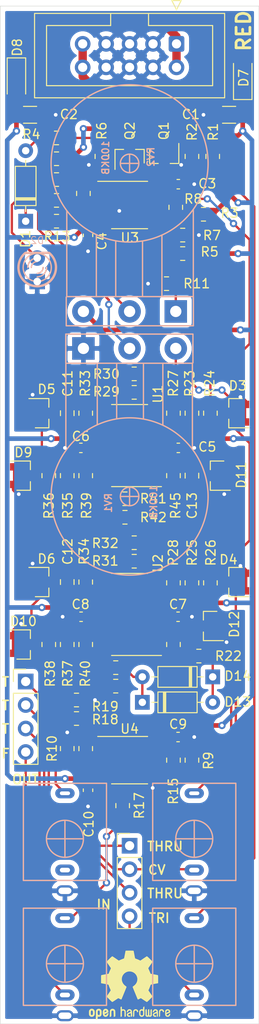
<source format=kicad_pcb>
(kicad_pcb (version 20171130) (host pcbnew "(5.1.10)-1")
  (layers (0 F.Cu signal) (31 B.Cu signal) (34 B.Paste user) (35 F.Paste user) (36 B.SilkS user) (37 F.SilkS user) (38 B.Mask user) (39 F.Mask user) (44 Edge.Cuts user))
  (net 0 "")
  (net 1 GND)
  (net 2 +12V)
  (net 3 -12V)
  (net 4 "Net-(D1-Pad2)")
  (net 5 "Net-(D1-Pad1)")
  (net 6 "Net-(D2-Pad1)")
  (net 7 "Net-(D3-Pad3)")
  (net 8 "Net-(D4-Pad3)")
  (net 9 "Net-(D5-Pad3)")
  (net 10 "Net-(D6-Pad3)")
  (net 11 "Net-(D7-Pad2)")
  (net 12 "Net-(D8-Pad1)")
  (net 13 "Net-(D9-Pad3)")
  (net 14 "Net-(D10-Pad3)")
  (net 15 "Net-(D11-Pad3)")
  (net 16 "Net-(D12-Pad3)")
  (net 17 "Net-(D13-Pad2)")
  (net 18 "Net-(D13-Pad1)")
  (net 19 CV_in)
  (net 20 "Net-(J1-PadT)")
  (net 21 TRI_in)
  (net 22 "Net-(J2-PadT)")
  (net 23 "Net-(J3-Pad3)")
  (net 24 "Net-(J3-Pad1)")
  (net 25 fold_out)
  (net 26 "Net-(J5-PadT)")
  (net 27 "Net-(J6-PadTN)")
  (net 28 "Net-(J6-PadT)")
  (net 29 "Net-(Q1-Pad1)")
  (net 30 "Net-(Q1-Pad2)")
  (net 31 "Net-(Q1-Pad3)")
  (net 32 prefold)
  (net 33 postfold)
  (net 34 "Net-(R15-Pad2)")
  (net 35 "Net-(R10-Pad1)")
  (net 36 "Net-(R11-Pad2)")
  (net 37 "Net-(R12-Pad2)")
  (net 38 "Net-(R12-Pad1)")
  (net 39 "Net-(R13-Pad2)")
  (net 40 "Net-(R14-Pad1)")
  (net 41 "Net-(R15-Pad1)")
  (net 42 "Net-(Q2-Pad3)")
  (net 43 "Net-(Q2-Pad1)")
  (net 44 "Net-(R23-Pad1)")
  (net 45 "Net-(R25-Pad1)")
  (net 46 "Net-(R27-Pad1)")
  (net 47 "Net-(R28-Pad1)")
  (net 48 "Net-(R35-Pad1)")
  (net 49 "Net-(R37-Pad1)")
  (net 50 "Net-(R39-Pad1)")
  (net 51 "Net-(R40-Pad1)")
  (net 52 "Net-(C11-Pad2)")
  (net 53 "Net-(C11-Pad1)")
  (net 54 "Net-(C12-Pad2)")
  (net 55 "Net-(C12-Pad1)")
  (net 56 "Net-(C13-Pad2)")
  (net 57 "Net-(C13-Pad1)")
  (module Symbol:OSHW-Logo2_9.8x8mm_SilkScreen (layer F.Cu) (at -14 -4.2)
    (fp_text reference REF** hide)
    (fp_text value OSHW-Logo2_9.8x8mm_SilkScreen hide)
  )
  (module user-footprints:POT_16mm_detailed (layer B.Cu) (at -14 -93 180)
    (fp_text reference RV2 (at -2.3 0.7 270) (layer B.SilkS) (effects (font (size 0.75 0.75)) (justify mirror)))
    (fp_text value 100KB (at 2.6 0.6 270) (layer B.SilkS) (effects (font (size 0.75 0.75)) (justify mirror)))
    (pad 1 thru_hole rect (at -5 -16.002 180) (size 2.44 2.44) (drill 1.22) (layers *.Cu *.Mask) (net 36 "Net-(R11-Pad2)"))
    (pad 3 thru_hole circle (at 5 -16.002 180) (size 2.44 2.44) (drill 1.22) (layers *.Cu *.Mask) (net 2 +12V))
    (pad 2 thru_hole circle (at 0 -16.002 180) (size 2.44 2.44) (drill 1.22) (layers *.Cu *.Mask) (net 39 "Net-(R13-Pad2)"))
  )
  (module Diode_THT:D_DO-35_SOD27_P7.62mm_Horizontal (layer F.Cu) (at -12.62 -34.75)
    (fp_text reference D13 (at 10.334 -0.048) (layer F.SilkS))
    (fp_text value 4148)
    (pad 2 thru_hole oval (at 7.62 0) (size 1.6 1.6) (drill 0.8) (layers *.Cu *.Mask) (net 17 "Net-(D13-Pad2)"))
    (pad 1 thru_hole rect (at 0 0) (size 1.6 1.6) (drill 0.8) (layers *.Cu *.Mask) (net 18 "Net-(D13-Pad1)"))
  )
  (module Diode_THT:D_DO-35_SOD27_P7.62mm_Horizontal (layer F.Cu) (at -5 -37.5 180)
    (fp_text reference D14 (at -2.714 0.092) (layer F.SilkS))
    (fp_text value 4148)
    (pad 2 thru_hole oval (at 7.62 0 180) (size 1.6 1.6) (drill 0.8) (layers *.Cu *.Mask) (net 18 "Net-(D13-Pad1)"))
    (pad 1 thru_hole rect (at 0 0 180) (size 1.6 1.6) (drill 0.8) (layers *.Cu *.Mask) (net 17 "Net-(D13-Pad2)"))
  )
  (module Diode_THT:D_DO-35_SOD27_P7.62mm_Horizontal (layer F.Cu) (at -25.25 -86.75 90)
    (fp_text reference D1 (at -1.914 -0.023 90) (layer F.SilkS))
    (fp_text value 4148)
    (pad 2 thru_hole oval (at 7.62 0 90) (size 1.6 1.6) (drill 0.8) (layers *.Cu *.Mask) (net 4 "Net-(D1-Pad2)"))
    (pad 1 thru_hole rect (at 0 0 90) (size 1.6 1.6) (drill 0.8) (layers *.Cu *.Mask) (net 5 "Net-(D1-Pad1)"))
  )
  (module user-footprints:POT_16mm_detailed (layer B.Cu) (at -14 -56.998)
    (fp_text reference RV1 (at -2.3 0.7 -90) (layer B.SilkS) (effects (font (size 0.75 0.75)) (justify mirror)))
    (fp_text value 100KB (at 2.6 0.6 -90) (layer B.SilkS) (effects (font (size 0.75 0.75)) (justify mirror)))
    (pad 1 thru_hole rect (at -5 -16.002) (size 2.44 2.44) (drill 1.22) (layers *.Cu *.Mask) (net 1 GND))
    (pad 3 thru_hole circle (at 5 -16.002) (size 2.44 2.44) (drill 1.22) (layers *.Cu *.Mask) (net 20 "Net-(J1-PadT)"))
    (pad 2 thru_hole circle (at 0 -16.002) (size 2.44 2.44) (drill 1.22) (layers *.Cu *.Mask) (net 37 "Net-(R12-Pad2)"))
  )
  (module Capacitor_SMD:C_0805_2012Metric (layer F.Cu) (at -7.25 -59.25 90)
    (fp_text reference C13 (at -3.243 0.011 90) (layer F.SilkS))
    (fp_text value 470pF)
    (pad 2 smd roundrect (at 0.95 0 90) (size 1 1.45) (layers F.Cu F.Paste F.Mask) (net 56 "Net-(C13-Pad2)"))
    (pad 1 smd roundrect (at -0.95 0 90) (size 1 1.45) (layers F.Cu F.Paste F.Mask) (net 57 "Net-(C13-Pad1)"))
  )
  (module Capacitor_SMD:C_0805_2012Metric (layer F.Cu) (at -20.75 -47.75 270)
    (fp_text reference C12 (at -3.304 -0.049 90) (layer F.SilkS))
    (fp_text value 470pF)
    (pad 2 smd roundrect (at 0.95 0 270) (size 1 1.45) (layers F.Cu F.Paste F.Mask) (net 54 "Net-(C12-Pad2)"))
    (pad 1 smd roundrect (at -0.95 0 270) (size 1 1.45) (layers F.Cu F.Paste F.Mask) (net 55 "Net-(C12-Pad1)"))
  )
  (module Capacitor_SMD:C_0805_2012Metric (layer F.Cu) (at -20.75 -66 270)
    (fp_text reference C11 (at -3.215 -0.049 90) (layer F.SilkS))
    (fp_text value 470pF)
    (pad 2 smd roundrect (at 0.95 0 270) (size 1 1.45) (layers F.Cu F.Paste F.Mask) (net 52 "Net-(C11-Pad2)"))
    (pad 1 smd roundrect (at -0.95 0 270) (size 1 1.45) (layers F.Cu F.Paste F.Mask) (net 53 "Net-(C11-Pad1)"))
  )
  (module Capacitor_SMD:C_0603_1608Metric (layer F.Cu) (at -18.5 -85.225 90)
    (fp_text reference C4 (at -0.643 1.482 90) (layer F.SilkS))
    (fp_text value 100nF)
    (pad 2 smd roundrect (at 0.775 0 90) (size 0.9 0.95) (layers F.Cu F.Paste F.Mask) (net 3 -12V))
    (pad 1 smd roundrect (at -0.775 0 90) (size 0.9 0.95) (layers F.Cu F.Paste F.Mask) (net 1 GND))
  )
  (module Capacitor_SMD:C_0603_1608Metric (layer F.Cu) (at -8.725 -90.75)
    (fp_text reference C3 (at 3.137 -0.055) (layer F.SilkS))
    (fp_text value 100nF)
    (pad 2 smd roundrect (at 0.775 0) (size 0.9 0.95) (layers F.Cu F.Paste F.Mask) (net 1 GND))
    (pad 1 smd roundrect (at -0.775 0) (size 0.9 0.95) (layers F.Cu F.Paste F.Mask) (net 2 +12V))
  )
  (module Capacitor_SMD:C_0603_1608Metric (layer F.Cu) (at -18.5 -25.25 90)
    (fp_text reference C10 (at -3.66 0.085 90) (layer F.SilkS))
    (fp_text value 100nF)
    (pad 2 smd roundrect (at 0.775 0 90) (size 0.9 0.95) (layers F.Cu F.Paste F.Mask) (net 3 -12V))
    (pad 1 smd roundrect (at -0.775 0 90) (size 0.9 0.95) (layers F.Cu F.Paste F.Mask) (net 1 GND))
  )
  (module Capacitor_SMD:C_0603_1608Metric (layer F.Cu) (at -8.75 -31)
    (fp_text reference C9 (at 0 -1.385) (layer F.SilkS))
    (fp_text value 100nF)
    (pad 2 smd roundrect (at 0.775 0) (size 0.9 0.95) (layers F.Cu F.Paste F.Mask) (net 1 GND))
    (pad 1 smd roundrect (at -0.775 0) (size 0.9 0.95) (layers F.Cu F.Paste F.Mask) (net 2 +12V))
  )
  (module Capacitor_SMD:C_0603_1608Metric (layer F.Cu) (at -19.25 -44)
    (fp_text reference C8 (at -0.054 -1.339) (layer F.SilkS))
    (fp_text value 100nF)
    (pad 2 smd roundrect (at 0.775 0) (size 0.9 0.95) (layers F.Cu F.Paste F.Mask) (net 3 -12V))
    (pad 1 smd roundrect (at -0.775 0) (size 0.9 0.95) (layers F.Cu F.Paste F.Mask) (net 1 GND))
  )
  (module Capacitor_SMD:C_0603_1608Metric (layer F.Cu) (at -8.75 -44)
    (fp_text reference C7 (at -0.013 -1.339) (layer F.SilkS))
    (fp_text value 100nF)
    (pad 2 smd roundrect (at 0.775 0) (size 0.9 0.95) (layers F.Cu F.Paste F.Mask) (net 1 GND))
    (pad 1 smd roundrect (at -0.775 0) (size 0.9 0.95) (layers F.Cu F.Paste F.Mask) (net 2 +12V))
  )
  (module Capacitor_SMD:C_0603_1608Metric (layer F.Cu) (at -19.275 -62.25)
    (fp_text reference C6 (at 0 -1.25) (layer F.SilkS))
    (fp_text value 100nF)
    (pad 2 smd roundrect (at 0.775 0) (size 0.9 0.95) (layers F.Cu F.Paste F.Mask) (net 3 -12V))
    (pad 1 smd roundrect (at -0.775 0) (size 0.9 0.95) (layers F.Cu F.Paste F.Mask) (net 1 GND))
  )
  (module Capacitor_SMD:C_0603_1608Metric (layer F.Cu) (at -8.725 -62.25)
    (fp_text reference C5 (at 3.137 -0.107) (layer F.SilkS))
    (fp_text value 100nF)
    (pad 1 smd roundrect (at -0.775 0) (size 0.9 0.95) (layers F.Cu F.Paste F.Mask) (net 2 +12V))
    (pad 2 smd roundrect (at 0.775 0) (size 0.9 0.95) (layers F.Cu F.Paste F.Mask) (net 1 GND))
  )
  (module Package_TO_SOT_SMD:SOT-23 (layer F.Cu) (at -2.5 -66 180)
    (fp_text reference D3 (at -0.214 2.961) (layer F.SilkS))
    (fp_text value BAV99)
    (pad 3 smd rect (at 1 0 180) (size 0.9 0.8) (layers F.Cu F.Paste F.Mask) (net 7 "Net-(D3-Pad3)"))
    (pad 2 smd rect (at -1 0.95 180) (size 0.9 0.8) (layers F.Cu F.Paste F.Mask) (net 1 GND))
    (pad 1 smd rect (at -1 -0.95 180) (size 0.9 0.8) (layers F.Cu F.Paste F.Mask) (net 1 GND))
  )
  (module Resistor_SMD:R_0805_2012Metric (layer F.Cu) (at -9.25 -41 90)
    (fp_text reference R46 hide)
    (fp_text value 10K)
    (pad 2 smd roundrect (at 0.9125 0 90) (size 1.025 1.4) (layers F.Cu F.Paste F.Mask) (roundrect_rratio 0.2439004878048781) (net 18 "Net-(D13-Pad1)"))
    (pad 1 smd roundrect (at -0.9125 0 90) (size 1.025 1.4) (layers F.Cu F.Paste F.Mask) (roundrect_rratio 0.2439004878048781) (net 33 postfold))
  )
  (module Resistor_SMD:R_0805_2012Metric (layer F.Cu) (at -9.25 -59.25 90)
    (fp_text reference R45 (at -3.243 0.233 90) (layer F.SilkS))
    (fp_text value 10K)
    (pad 2 smd roundrect (at 0.9125 0 90) (size 1.025 1.4) (layers F.Cu F.Paste F.Mask) (roundrect_rratio 0.2439004878048781) (net 56 "Net-(C13-Pad2)"))
    (pad 1 smd roundrect (at -0.9125 0 90) (size 1.025 1.4) (layers F.Cu F.Paste F.Mask) (roundrect_rratio 0.2439004878048781) (net 57 "Net-(C13-Pad1)"))
  )
  (module Resistor_SMD:R_0805_2012Metric (layer F.Cu) (at -15.5 -36.5 180)
    (fp_text reference R44 hide)
    (fp_text value 10K)
    (pad 2 smd roundrect (at 0.9125 0 180) (size 1.025 1.4) (layers F.Cu F.Paste F.Mask) (roundrect_rratio 0.2439004878048781) (net 51 "Net-(R40-Pad1)"))
    (pad 1 smd roundrect (at -0.9125 0 180) (size 1.025 1.4) (layers F.Cu F.Paste F.Mask) (roundrect_rratio 0.2439004878048781) (net 16 "Net-(D12-Pad3)"))
  )
  (module Resistor_SMD:R_0805_2012Metric (layer F.Cu) (at -15.5 -38.5 180)
    (fp_text reference R43 hide)
    (fp_text value 10K)
    (pad 2 smd roundrect (at 0.9125 0 180) (size 1.025 1.4) (layers F.Cu F.Paste F.Mask) (roundrect_rratio 0.2439004878048781) (net 51 "Net-(R40-Pad1)"))
    (pad 1 smd roundrect (at -0.9125 0 180) (size 1.025 1.4) (layers F.Cu F.Paste F.Mask) (roundrect_rratio 0.2439004878048781) (net 18 "Net-(D13-Pad1)"))
  )
  (module Resistor_SMD:R_0805_2012Metric (layer F.Cu) (at -14.5 -54.75 180)
    (fp_text reference R42 (at -3.07 -0.013) (layer F.SilkS))
    (fp_text value 10K)
    (pad 2 smd roundrect (at 0.9125 0 180) (size 1.025 1.4) (layers F.Cu F.Paste F.Mask) (roundrect_rratio 0.2439004878048781) (net 50 "Net-(R39-Pad1)"))
    (pad 1 smd roundrect (at -0.9125 0 180) (size 1.025 1.4) (layers F.Cu F.Paste F.Mask) (roundrect_rratio 0.2439004878048781) (net 15 "Net-(D11-Pad3)"))
  )
  (module Resistor_SMD:R_0805_2012Metric (layer F.Cu) (at -14.5 -56.75 180)
    (fp_text reference R41 (at -3.07 0.019) (layer F.SilkS))
    (fp_text value 10K)
    (pad 2 smd roundrect (at 0.9125 0 180) (size 1.025 1.4) (layers F.Cu F.Paste F.Mask) (roundrect_rratio 0.2439004878048781) (net 50 "Net-(R39-Pad1)"))
    (pad 1 smd roundrect (at -0.9125 0 180) (size 1.025 1.4) (layers F.Cu F.Paste F.Mask) (roundrect_rratio 0.2439004878048781) (net 56 "Net-(C13-Pad2)"))
  )
  (module Resistor_SMD:R_0805_2012Metric (layer F.Cu) (at -18.75 -41 90)
    (fp_text reference R40 (at -3.154 -0.046 90) (layer F.SilkS))
    (fp_text value 10K)
    (pad 2 smd roundrect (at 0.9125 0 90) (size 1.025 1.4) (layers F.Cu F.Paste F.Mask) (roundrect_rratio 0.2439004878048781) (net 49 "Net-(R37-Pad1)"))
    (pad 1 smd roundrect (at -0.9125 0 90) (size 1.025 1.4) (layers F.Cu F.Paste F.Mask) (roundrect_rratio 0.2439004878048781) (net 51 "Net-(R40-Pad1)"))
  )
  (module Resistor_SMD:R_0805_2012Metric (layer F.Cu) (at -18.75 -59.25 90)
    (fp_text reference R39 (at -3.243 0.081 90) (layer F.SilkS))
    (fp_text value 10K)
    (pad 2 smd roundrect (at 0.9125 0 90) (size 1.025 1.4) (layers F.Cu F.Paste F.Mask) (roundrect_rratio 0.2439004878048781) (net 48 "Net-(R35-Pad1)"))
    (pad 1 smd roundrect (at -0.9125 0 90) (size 1.025 1.4) (layers F.Cu F.Paste F.Mask) (roundrect_rratio 0.2439004878048781) (net 50 "Net-(R39-Pad1)"))
  )
  (module Resistor_SMD:R_0805_2012Metric (layer F.Cu) (at -22.75 -41 270)
    (fp_text reference R38 (at 3.154 -0.144 90) (layer F.SilkS))
    (fp_text value 10K)
    (pad 2 smd roundrect (at 0.9125 0 270) (size 1.025 1.4) (layers F.Cu F.Paste F.Mask) (roundrect_rratio 0.2439004878048781) (net 55 "Net-(C12-Pad1)"))
    (pad 1 smd roundrect (at -0.9125 0 270) (size 1.025 1.4) (layers F.Cu F.Paste F.Mask) (roundrect_rratio 0.2439004878048781) (net 14 "Net-(D10-Pad3)"))
  )
  (module Resistor_SMD:R_0805_2012Metric (layer F.Cu) (at -20.75 -41 270)
    (fp_text reference R37 (at 3.154 -0.049 90) (layer F.SilkS))
    (fp_text value 10K)
    (pad 2 smd roundrect (at 0.9125 0 270) (size 1.025 1.4) (layers F.Cu F.Paste F.Mask) (roundrect_rratio 0.2439004878048781) (net 55 "Net-(C12-Pad1)"))
    (pad 1 smd roundrect (at -0.9125 0 270) (size 1.025 1.4) (layers F.Cu F.Paste F.Mask) (roundrect_rratio 0.2439004878048781) (net 49 "Net-(R37-Pad1)"))
  )
  (module Resistor_SMD:R_0805_2012Metric (layer F.Cu) (at -22.75 -59.25 270)
    (fp_text reference R36 (at 3.243 -0.017 90) (layer F.SilkS))
    (fp_text value 10K)
    (pad 2 smd roundrect (at 0.9125 0 270) (size 1.025 1.4) (layers F.Cu F.Paste F.Mask) (roundrect_rratio 0.2439004878048781) (net 53 "Net-(C11-Pad1)"))
    (pad 1 smd roundrect (at -0.9125 0 270) (size 1.025 1.4) (layers F.Cu F.Paste F.Mask) (roundrect_rratio 0.2439004878048781) (net 13 "Net-(D9-Pad3)"))
  )
  (module Resistor_SMD:R_0805_2012Metric (layer F.Cu) (at -20.75 -59.25 270)
    (fp_text reference R35 (at 3.243 -0.049 90) (layer F.SilkS))
    (fp_text value 10K)
    (pad 2 smd roundrect (at 0.9125 0 270) (size 1.025 1.4) (layers F.Cu F.Paste F.Mask) (roundrect_rratio 0.2439004878048781) (net 53 "Net-(C11-Pad1)"))
    (pad 1 smd roundrect (at -0.9125 0 270) (size 1.025 1.4) (layers F.Cu F.Paste F.Mask) (roundrect_rratio 0.2439004878048781) (net 48 "Net-(R35-Pad1)"))
  )
  (module Resistor_SMD:R_0805_2012Metric (layer F.Cu) (at -18.75 -47.75 270)
    (fp_text reference R34 (at -3.304 0.173 90) (layer F.SilkS))
    (fp_text value 10K)
    (pad 2 smd roundrect (at 0.9125 0 270) (size 1.025 1.4) (layers F.Cu F.Paste F.Mask) (roundrect_rratio 0.2439004878048781) (net 54 "Net-(C12-Pad2)"))
    (pad 1 smd roundrect (at -0.9125 0 270) (size 1.025 1.4) (layers F.Cu F.Paste F.Mask) (roundrect_rratio 0.2439004878048781) (net 55 "Net-(C12-Pad1)"))
  )
  (module Resistor_SMD:R_0805_2012Metric (layer F.Cu) (at -18.75 -66 270)
    (fp_text reference R33 (at -3.215 0.046 90) (layer F.SilkS))
    (fp_text value 10K)
    (pad 2 smd roundrect (at 0.9125 0 270) (size 1.025 1.4) (layers F.Cu F.Paste F.Mask) (roundrect_rratio 0.2439004878048781) (net 52 "Net-(C11-Pad2)"))
    (pad 1 smd roundrect (at -0.9125 0 270) (size 1.025 1.4) (layers F.Cu F.Paste F.Mask) (roundrect_rratio 0.2439004878048781) (net 53 "Net-(C11-Pad1)"))
  )
  (module Resistor_SMD:R_0805_2012Metric (layer F.Cu) (at -13.5 -52)
    (fp_text reference R32 (at -3.137 0.057) (layer F.SilkS))
    (fp_text value 10K)
    (pad 2 smd roundrect (at 0.9125 0) (size 1.025 1.4) (layers F.Cu F.Paste F.Mask) (roundrect_rratio 0.2439004878048781) (net 47 "Net-(R28-Pad1)"))
    (pad 1 smd roundrect (at -0.9125 0) (size 1.025 1.4) (layers F.Cu F.Paste F.Mask) (roundrect_rratio 0.2439004878048781) (net 10 "Net-(D6-Pad3)"))
  )
  (module Resistor_SMD:R_0805_2012Metric (layer F.Cu) (at -13.5 -50)
    (fp_text reference R31 (at -3.137 -0.038 180) (layer F.SilkS))
    (fp_text value 10K)
    (pad 2 smd roundrect (at 0.9125 0) (size 1.025 1.4) (layers F.Cu F.Paste F.Mask) (roundrect_rratio 0.2439004878048781) (net 47 "Net-(R28-Pad1)"))
    (pad 1 smd roundrect (at -0.9125 0) (size 1.025 1.4) (layers F.Cu F.Paste F.Mask) (roundrect_rratio 0.2439004878048781) (net 54 "Net-(C12-Pad2)"))
  )
  (module Resistor_SMD:R_0805_2012Metric (layer F.Cu) (at -13.5 -70.25)
    (fp_text reference R30 (at -3.01 0.019) (layer F.SilkS))
    (fp_text value 10K)
    (pad 2 smd roundrect (at 0.9125 0) (size 1.025 1.4) (layers F.Cu F.Paste F.Mask) (roundrect_rratio 0.2439004878048781) (net 46 "Net-(R27-Pad1)"))
    (pad 1 smd roundrect (at -0.9125 0) (size 1.025 1.4) (layers F.Cu F.Paste F.Mask) (roundrect_rratio 0.2439004878048781) (net 9 "Net-(D5-Pad3)"))
  )
  (module Resistor_SMD:R_0805_2012Metric (layer F.Cu) (at -13.5 -68.25)
    (fp_text reference R29 (at -3.01 -0.076) (layer F.SilkS))
    (fp_text value 10K)
    (pad 2 smd roundrect (at 0.9125 0) (size 1.025 1.4) (layers F.Cu F.Paste F.Mask) (roundrect_rratio 0.2439004878048781) (net 46 "Net-(R27-Pad1)"))
    (pad 1 smd roundrect (at -0.9125 0) (size 1.025 1.4) (layers F.Cu F.Paste F.Mask) (roundrect_rratio 0.2439004878048781) (net 52 "Net-(C11-Pad2)"))
  )
  (module Resistor_SMD:R_0805_2012Metric (layer F.Cu) (at -9.25 -47.6625 270)
    (fp_text reference R28 (at -3.2645 0.021 90) (layer F.SilkS))
    (fp_text value 10K)
    (pad 2 smd roundrect (at 0.9125 0 270) (size 1.025 1.4) (layers F.Cu F.Paste F.Mask) (roundrect_rratio 0.2439004878048781) (net 45 "Net-(R25-Pad1)"))
    (pad 1 smd roundrect (at -0.9125 0 270) (size 1.025 1.4) (layers F.Cu F.Paste F.Mask) (roundrect_rratio 0.2439004878048781) (net 47 "Net-(R28-Pad1)"))
  )
  (module Resistor_SMD:R_0805_2012Metric (layer F.Cu) (at -9.25 -66 270)
    (fp_text reference R27 (at -3.215 0.021 90) (layer F.SilkS))
    (fp_text value 10K)
    (pad 2 smd roundrect (at 0.9125 0 270) (size 1.025 1.4) (layers F.Cu F.Paste F.Mask) (roundrect_rratio 0.2439004878048781) (net 44 "Net-(R23-Pad1)"))
    (pad 1 smd roundrect (at -0.9125 0 270) (size 1.025 1.4) (layers F.Cu F.Paste F.Mask) (roundrect_rratio 0.2439004878048781) (net 46 "Net-(R27-Pad1)"))
  )
  (module Resistor_SMD:R_0805_2012Metric (layer F.Cu) (at -5.25 -47.6625 90)
    (fp_text reference R26 (at 3.2645 0.043 90) (layer F.SilkS))
    (fp_text value 10K)
    (pad 2 smd roundrect (at 0.9125 0 90) (size 1.025 1.4) (layers F.Cu F.Paste F.Mask) (roundrect_rratio 0.2439004878048781) (net 57 "Net-(C13-Pad1)"))
    (pad 1 smd roundrect (at -0.9125 0 90) (size 1.025 1.4) (layers F.Cu F.Paste F.Mask) (roundrect_rratio 0.2439004878048781) (net 8 "Net-(D4-Pad3)"))
  )
  (module Resistor_SMD:R_0805_2012Metric (layer F.Cu) (at -7.25 -47.6625 90)
    (fp_text reference R25 (at 3.2645 0.011 90) (layer F.SilkS))
    (fp_text value 10K)
    (pad 2 smd roundrect (at 0.9125 0 90) (size 1.025 1.4) (layers F.Cu F.Paste F.Mask) (roundrect_rratio 0.2439004878048781) (net 57 "Net-(C13-Pad1)"))
    (pad 1 smd roundrect (at -0.9125 0 90) (size 1.025 1.4) (layers F.Cu F.Paste F.Mask) (roundrect_rratio 0.2439004878048781) (net 45 "Net-(R25-Pad1)"))
  )
  (module Resistor_SMD:R_0805_2012Metric (layer F.Cu) (at -5.25 -66 90)
    (fp_text reference R24 (at 3.215 -0.084 90) (layer F.SilkS))
    (fp_text value 10K)
    (pad 2 smd roundrect (at 0.9125 0 90) (size 1.025 1.4) (layers F.Cu F.Paste F.Mask) (roundrect_rratio 0.2439004878048781) (net 32 prefold))
    (pad 1 smd roundrect (at -0.9125 0 90) (size 1.025 1.4) (layers F.Cu F.Paste F.Mask) (roundrect_rratio 0.2439004878048781) (net 7 "Net-(D3-Pad3)"))
  )
  (module Resistor_SMD:R_0805_2012Metric (layer F.Cu) (at -7.25 -66 90)
    (fp_text reference R23 (at 3.215 -0.243 90) (layer F.SilkS))
    (fp_text value 10K)
    (pad 2 smd roundrect (at 0.9125 0 90) (size 1.025 1.4) (layers F.Cu F.Paste F.Mask) (roundrect_rratio 0.2439004878048781) (net 32 prefold))
    (pad 1 smd roundrect (at -0.9125 0 90) (size 1.025 1.4) (layers F.Cu F.Paste F.Mask) (roundrect_rratio 0.2439004878048781) (net 44 "Net-(R23-Pad1)"))
  )
  (module Package_TO_SOT_SMD:SOT-23 (layer F.Cu) (at -14 -93.75 90)
    (fp_text reference Q2 (at 2.77 0.03 90) (layer F.SilkS))
    (fp_text value MMBT3904)
    (pad 3 smd rect (at 1 0 90) (size 0.9 0.8) (layers F.Cu F.Paste F.Mask) (net 42 "Net-(Q2-Pad3)"))
    (pad 2 smd rect (at -1 0.95 90) (size 0.9 0.8) (layers F.Cu F.Paste F.Mask) (net 30 "Net-(Q1-Pad2)"))
    (pad 1 smd rect (at -1 -0.95 90) (size 0.9 0.8) (layers F.Cu F.Paste F.Mask) (net 43 "Net-(Q2-Pad1)"))
  )
  (module Package_TO_SOT_SMD:SOT-23 (layer F.Cu) (at -10.25 -93.75 270)
    (fp_text reference Q1 (at -2.77 0.037 90) (layer F.SilkS))
    (fp_text value MMBT3904)
    (pad 3 smd rect (at 1 0 270) (size 0.9 0.8) (layers F.Cu F.Paste F.Mask) (net 31 "Net-(Q1-Pad3)"))
    (pad 2 smd rect (at -1 0.95 270) (size 0.9 0.8) (layers F.Cu F.Paste F.Mask) (net 30 "Net-(Q1-Pad2)"))
    (pad 1 smd rect (at -1 -0.95 270) (size 0.9 0.8) (layers F.Cu F.Paste F.Mask) (net 29 "Net-(Q1-Pad1)"))
  )
  (module Package_SO:SOIC-8_3.9x4.9mm_P1.27mm (layer F.Cu) (at -14 -28.5)
    (fp_text reference U4 (at 0 -3.377) (layer F.SilkS))
    (fp_text value TL072)
    (pad 8 smd roundrect (at 2.475 -1.905) (size 1.95 0.6) (layers F.Cu F.Paste F.Mask) (net 2 +12V))
    (pad 7 smd roundrect (at 2.475 -0.635) (size 1.95 0.6) (layers F.Cu F.Paste F.Mask) (net 41 "Net-(R15-Pad1)"))
    (pad 6 smd roundrect (at 2.475 0.635) (size 1.95 0.6) (layers F.Cu F.Paste F.Mask) (net 34 "Net-(R15-Pad2)"))
    (pad 5 smd roundrect (at 2.475 1.905) (size 1.95 0.6) (layers F.Cu F.Paste F.Mask) (net 1 GND))
    (pad 4 smd roundrect (at -2.475 1.905) (size 1.95 0.6) (layers F.Cu F.Paste F.Mask) (net 3 -12V))
    (pad 3 smd roundrect (at -2.475 0.635) (size 1.95 0.6) (layers F.Cu F.Paste F.Mask) (net 41 "Net-(R15-Pad1)"))
    (pad 2 smd roundrect (at -2.475 -0.635) (size 1.95 0.6) (layers F.Cu F.Paste F.Mask) (net 35 "Net-(R10-Pad1)"))
    (pad 1 smd roundrect (at -2.475 -1.905) (size 1.95 0.6) (layers F.Cu F.Paste F.Mask) (net 40 "Net-(R14-Pad1)"))
  )
  (module Package_SO:SOIC-8_3.9x4.9mm_P1.27mm (layer F.Cu) (at -14 -88.5)
    (fp_text reference U3 (at 0.03 3.537) (layer F.SilkS))
    (fp_text value TL072)
    (pad 8 smd roundrect (at 2.475 -1.905) (size 1.95 0.6) (layers F.Cu F.Paste F.Mask) (net 2 +12V))
    (pad 7 smd roundrect (at 2.475 -0.635) (size 1.95 0.6) (layers F.Cu F.Paste F.Mask) (net 32 prefold))
    (pad 6 smd roundrect (at 2.475 0.635) (size 1.95 0.6) (layers F.Cu F.Paste F.Mask) (net 31 "Net-(Q1-Pad3)"))
    (pad 5 smd roundrect (at 2.475 1.905) (size 1.95 0.6) (layers F.Cu F.Paste F.Mask) (net 42 "Net-(Q2-Pad3)"))
    (pad 4 smd roundrect (at -2.475 1.905) (size 1.95 0.6) (layers F.Cu F.Paste F.Mask) (net 3 -12V))
    (pad 3 smd roundrect (at -2.475 0.635) (size 1.95 0.6) (layers F.Cu F.Paste F.Mask) (net 1 GND))
    (pad 2 smd roundrect (at -2.475 -0.635) (size 1.95 0.6) (layers F.Cu F.Paste F.Mask) (net 38 "Net-(R12-Pad1)"))
    (pad 1 smd roundrect (at -2.475 -1.905) (size 1.95 0.6) (layers F.Cu F.Paste F.Mask) (net 5 "Net-(D1-Pad1)"))
  )
  (module Package_SO:SOIC-14_3.9x8.7mm_P1.27mm (layer F.Cu) (at -14 -44.25 180)
    (fp_text reference U2 (at -3.078 5.534 90) (layer F.SilkS))
    (fp_text value TL074)
    (pad 14 smd roundrect (at 2.475 -3.81 180) (size 1.95 0.6) (layers F.Cu F.Paste F.Mask) (net 51 "Net-(R40-Pad1)"))
    (pad 13 smd roundrect (at 2.475 -2.54 180) (size 1.95 0.6) (layers F.Cu F.Paste F.Mask) (net 49 "Net-(R37-Pad1)"))
    (pad 12 smd roundrect (at 2.475 -1.27 180) (size 1.95 0.6) (layers F.Cu F.Paste F.Mask) (net 14 "Net-(D10-Pad3)"))
    (pad 11 smd roundrect (at 2.475 0 180) (size 1.95 0.6) (layers F.Cu F.Paste F.Mask) (net 3 -12V))
    (pad 10 smd roundrect (at 2.475 1.27 180) (size 1.95 0.6) (layers F.Cu F.Paste F.Mask) (net 10 "Net-(D6-Pad3)"))
    (pad 9 smd roundrect (at 2.475 2.54 180) (size 1.95 0.6) (layers F.Cu F.Paste F.Mask) (net 54 "Net-(C12-Pad2)"))
    (pad 8 smd roundrect (at 2.475 3.81 180) (size 1.95 0.6) (layers F.Cu F.Paste F.Mask) (net 55 "Net-(C12-Pad1)"))
    (pad 7 smd roundrect (at -2.475 3.81 180) (size 1.95 0.6) (layers F.Cu F.Paste F.Mask) (net 47 "Net-(R28-Pad1)"))
    (pad 6 smd roundrect (at -2.475 2.54 180) (size 1.95 0.6) (layers F.Cu F.Paste F.Mask) (net 45 "Net-(R25-Pad1)"))
    (pad 5 smd roundrect (at -2.475 1.27 180) (size 1.95 0.6) (layers F.Cu F.Paste F.Mask) (net 8 "Net-(D4-Pad3)"))
    (pad 4 smd roundrect (at -2.475 0 180) (size 1.95 0.6) (layers F.Cu F.Paste F.Mask) (net 2 +12V))
    (pad 3 smd roundrect (at -2.475 -1.27 180) (size 1.95 0.6) (layers F.Cu F.Paste F.Mask) (net 16 "Net-(D12-Pad3)"))
    (pad 2 smd roundrect (at -2.475 -2.54 180) (size 1.95 0.6) (layers F.Cu F.Paste F.Mask) (net 18 "Net-(D13-Pad1)"))
    (pad 1 smd roundrect (at -2.475 -3.81 180) (size 1.95 0.6) (layers F.Cu F.Paste F.Mask) (net 33 postfold))
  )
  (module Package_SO:SOIC-14_3.9x8.7mm_P1.27mm (layer F.Cu) (at -14 -62.5 180)
    (fp_text reference U1 (at -3.078 5.572 90) (layer F.SilkS))
    (fp_text value TL074)
    (pad 14 smd roundrect (at 2.475 -3.81 180) (size 1.95 0.6) (layers F.Cu F.Paste F.Mask) (net 50 "Net-(R39-Pad1)"))
    (pad 13 smd roundrect (at 2.475 -2.54 180) (size 1.95 0.6) (layers F.Cu F.Paste F.Mask) (net 48 "Net-(R35-Pad1)"))
    (pad 12 smd roundrect (at 2.475 -1.27 180) (size 1.95 0.6) (layers F.Cu F.Paste F.Mask) (net 13 "Net-(D9-Pad3)"))
    (pad 11 smd roundrect (at 2.475 0 180) (size 1.95 0.6) (layers F.Cu F.Paste F.Mask) (net 3 -12V))
    (pad 10 smd roundrect (at 2.475 1.27 180) (size 1.95 0.6) (layers F.Cu F.Paste F.Mask) (net 9 "Net-(D5-Pad3)"))
    (pad 9 smd roundrect (at 2.475 2.54 180) (size 1.95 0.6) (layers F.Cu F.Paste F.Mask) (net 52 "Net-(C11-Pad2)"))
    (pad 8 smd roundrect (at 2.475 3.81 180) (size 1.95 0.6) (layers F.Cu F.Paste F.Mask) (net 53 "Net-(C11-Pad1)"))
    (pad 7 smd roundrect (at -2.475 3.81 180) (size 1.95 0.6) (layers F.Cu F.Paste F.Mask) (net 46 "Net-(R27-Pad1)"))
    (pad 6 smd roundrect (at -2.475 2.54 180) (size 1.95 0.6) (layers F.Cu F.Paste F.Mask) (net 44 "Net-(R23-Pad1)"))
    (pad 5 smd roundrect (at -2.475 1.27 180) (size 1.95 0.6) (layers F.Cu F.Paste F.Mask) (net 7 "Net-(D3-Pad3)"))
    (pad 4 smd roundrect (at -2.475 0 180) (size 1.95 0.6) (layers F.Cu F.Paste F.Mask) (net 2 +12V))
    (pad 3 smd roundrect (at -2.475 -1.27 180) (size 1.95 0.6) (layers F.Cu F.Paste F.Mask) (net 15 "Net-(D11-Pad3)"))
    (pad 2 smd roundrect (at -2.475 -2.54 180) (size 1.95 0.6) (layers F.Cu F.Paste F.Mask) (net 56 "Net-(C13-Pad2)"))
    (pad 1 smd roundrect (at -2.475 -3.81 180) (size 1.95 0.6) (layers F.Cu F.Paste F.Mask) (net 57 "Net-(C13-Pad1)"))
  )
  (module Resistor_SMD:R_0805_2012Metric (layer F.Cu) (at -6.5 -39.75 180)
    (fp_text reference R22 (at -3.198 0.001) (layer F.SilkS))
    (fp_text value 510R)
    (pad 2 smd roundrect (at 0.9125 0 180) (size 1.025 1.4) (layers F.Cu F.Paste F.Mask) (roundrect_rratio 0.2439004878048781) (net 33 postfold))
    (pad 1 smd roundrect (at -0.9125 0 180) (size 1.025 1.4) (layers F.Cu F.Paste F.Mask) (roundrect_rratio 0.2439004878048781) (net 17 "Net-(D13-Pad2)"))
  )
  (module Resistor_SMD:R_0805_2012Metric (layer F.Cu) (at -21.9125 -93.5)
    (fp_text reference R21 hide)
    (fp_text value 100K)
    (pad 2 smd roundrect (at 0.9125 0) (size 1.025 1.4) (layers F.Cu F.Paste F.Mask) (roundrect_rratio 0.2439004878048781) (net 2 +12V))
    (pad 1 smd roundrect (at -0.9125 0) (size 1.025 1.4) (layers F.Cu F.Paste F.Mask) (roundrect_rratio 0.2439004878048781) (net 6 "Net-(D2-Pad1)"))
  )
  (module Resistor_SMD:R_0805_2012Metric (layer F.Cu) (at -21.9125 -91.25)
    (fp_text reference R20 hide)
    (fp_text value 2K)
    (pad 2 smd roundrect (at 0.9125 0) (size 1.025 1.4) (layers F.Cu F.Paste F.Mask) (roundrect_rratio 0.2439004878048781) (net 5 "Net-(D1-Pad1)"))
    (pad 1 smd roundrect (at -0.9125 0) (size 1.025 1.4) (layers F.Cu F.Paste F.Mask) (roundrect_rratio 0.2439004878048781) (net 6 "Net-(D2-Pad1)"))
  )
  (module Resistor_SMD:R_0805_2012Metric (layer F.Cu) (at -19.75 -35 180)
    (fp_text reference R19 (at -3.113 -0.71) (layer F.SilkS))
    (fp_text value 2K)
    (pad 2 smd roundrect (at 0.9125 0 180) (size 1.025 1.4) (layers F.Cu F.Paste F.Mask) (roundrect_rratio 0.2439004878048781) (net 28 "Net-(J6-PadT)"))
    (pad 1 smd roundrect (at -0.9125 0 180) (size 1.025 1.4) (layers F.Cu F.Paste F.Mask) (roundrect_rratio 0.2439004878048781) (net 1 GND))
  )
  (module Resistor_SMD:R_0805_2012Metric (layer F.Cu) (at -19.75 -33)
    (fp_text reference R18 (at 3.113 0.107) (layer F.SilkS))
    (fp_text value 2K)
    (pad 2 smd roundrect (at 0.9125 0) (size 1.025 1.4) (layers F.Cu F.Paste F.Mask) (roundrect_rratio 0.2439004878048781) (net 40 "Net-(R14-Pad1)"))
    (pad 1 smd roundrect (at -0.9125 0) (size 1.025 1.4) (layers F.Cu F.Paste F.Mask) (roundrect_rratio 0.2439004878048781) (net 28 "Net-(J6-PadT)"))
  )
  (module Resistor_SMD:R_0805_2012Metric (layer F.Cu) (at -14.75 -23.5875 90)
    (fp_text reference R17 (at 0 1.796 90) (layer F.SilkS))
    (fp_text value 1K)
    (pad 2 smd roundrect (at 0.9125 0 90) (size 1.025 1.4) (layers F.Cu F.Paste F.Mask) (roundrect_rratio 0.2439004878048781) (net 41 "Net-(R15-Pad1)"))
    (pad 1 smd roundrect (at -0.9125 0 90) (size 1.025 1.4) (layers F.Cu F.Paste F.Mask) (roundrect_rratio 0.2439004878048781) (net 26 "Net-(J5-PadT)"))
  )
  (module Resistor_SMD:R_0805_2012Metric (layer F.Cu) (at -19 -89.75 270)
    (fp_text reference R16 hide)
    (fp_text value 100K)
    (pad 2 smd roundrect (at 0.9125 0 270) (size 1.025 1.4) (layers F.Cu F.Paste F.Mask) (roundrect_rratio 0.2439004878048781) (net 38 "Net-(R12-Pad1)"))
    (pad 1 smd roundrect (at -0.9125 0 270) (size 1.025 1.4) (layers F.Cu F.Paste F.Mask) (roundrect_rratio 0.2439004878048781) (net 5 "Net-(D1-Pad1)"))
  )
  (module Resistor_SMD:R_0805_2012Metric (layer F.Cu) (at -9.25 -28.5 270)
    (fp_text reference R15 (at 3.354 0.021 90) (layer F.SilkS))
    (fp_text value 330K)
    (pad 2 smd roundrect (at 0.9125 0 270) (size 1.025 1.4) (layers F.Cu F.Paste F.Mask) (roundrect_rratio 0.2439004878048781) (net 34 "Net-(R15-Pad2)"))
    (pad 1 smd roundrect (at -0.9125 0 270) (size 1.025 1.4) (layers F.Cu F.Paste F.Mask) (roundrect_rratio 0.2439004878048781) (net 41 "Net-(R15-Pad1)"))
  )
  (module Resistor_SMD:R_0805_2012Metric (layer F.Cu) (at -18.75 -29.75 270)
    (fp_text reference R14 hide)
    (fp_text value 10M)
    (pad 2 smd roundrect (at 0.9125 0 270) (size 1.025 1.4) (layers F.Cu F.Paste F.Mask) (roundrect_rratio 0.2439004878048781) (net 35 "Net-(R10-Pad1)"))
    (pad 1 smd roundrect (at -0.9125 0 270) (size 1.025 1.4) (layers F.Cu F.Paste F.Mask) (roundrect_rratio 0.2439004878048781) (net 40 "Net-(R14-Pad1)"))
  )
  (module Resistor_SMD:R_0805_2012Metric (layer F.Cu) (at -21.9125 -86.75 180)
    (fp_text reference R13 (at -0.0685 -1.66) (layer F.SilkS))
    (fp_text value 150K)
    (pad 2 smd roundrect (at 0.9125 0 180) (size 1.025 1.4) (layers F.Cu F.Paste F.Mask) (roundrect_rratio 0.2439004878048781) (net 39 "Net-(R13-Pad2)"))
    (pad 1 smd roundrect (at -0.9125 0 180) (size 1.025 1.4) (layers F.Cu F.Paste F.Mask) (roundrect_rratio 0.2439004878048781) (net 38 "Net-(R12-Pad1)"))
  )
  (module Resistor_SMD:R_0805_2012Metric (layer F.Cu) (at -21.9125 -89 180)
    (fp_text reference R12 hide)
    (fp_text value 100K)
    (pad 2 smd roundrect (at 0.9125 0 180) (size 1.025 1.4) (layers F.Cu F.Paste F.Mask) (roundrect_rratio 0.2439004878048781) (net 37 "Net-(R12-Pad2)"))
    (pad 1 smd roundrect (at -0.9125 0 180) (size 1.025 1.4) (layers F.Cu F.Paste F.Mask) (roundrect_rratio 0.2439004878048781) (net 38 "Net-(R12-Pad1)"))
  )
  (module Resistor_SMD:R_0805_2012Metric (layer F.Cu) (at -10 -80)
    (fp_text reference R11 (at 3.269 -0.01) (layer F.SilkS))
    (fp_text value 20K)
    (pad 2 smd roundrect (at 0.9125 0) (size 1.025 1.4) (layers F.Cu F.Paste F.Mask) (roundrect_rratio 0.2439004878048781) (net 36 "Net-(R11-Pad2)"))
    (pad 1 smd roundrect (at -0.9125 0) (size 1.025 1.4) (layers F.Cu F.Paste F.Mask) (roundrect_rratio 0.2439004878048781) (net 1 GND))
  )
  (module Resistor_SMD:R_0805_2012Metric (layer F.Cu) (at -20.75 -29.75 90)
    (fp_text reference R10 (at 0 -1.65 90) (layer F.SilkS))
    (fp_text value 10K)
    (pad 2 smd roundrect (at 0.9125 0 90) (size 1.025 1.4) (layers F.Cu F.Paste F.Mask) (roundrect_rratio 0.2439004878048781) (net 1 GND))
    (pad 1 smd roundrect (at -0.9125 0 90) (size 1.025 1.4) (layers F.Cu F.Paste F.Mask) (roundrect_rratio 0.2439004878048781) (net 35 "Net-(R10-Pad1)"))
  )
  (module Resistor_SMD:R_0805_2012Metric (layer F.Cu) (at -7.25 -28.5 90)
    (fp_text reference R9 (at -0.052 1.789 90) (layer F.SilkS))
    (fp_text value 20K)
    (pad 2 smd roundrect (at 0.9125 0 90) (size 1.025 1.4) (layers F.Cu F.Paste F.Mask) (roundrect_rratio 0.2439004878048781) (net 33 postfold))
    (pad 1 smd roundrect (at -0.9125 0 90) (size 1.025 1.4) (layers F.Cu F.Paste F.Mask) (roundrect_rratio 0.2439004878048781) (net 34 "Net-(R15-Pad2)"))
  )
  (module Resistor_SMD:R_0805_2012Metric (layer F.Cu) (at -9 -88.25 270)
    (fp_text reference R8 (at -0.904 -1.888 180) (layer F.SilkS))
    (fp_text value 33K)
    (pad 2 smd roundrect (at 0.9125 0 270) (size 1.025 1.4) (layers F.Cu F.Paste F.Mask) (roundrect_rratio 0.2439004878048781) (net 31 "Net-(Q1-Pad3)"))
    (pad 1 smd roundrect (at -0.9125 0 270) (size 1.025 1.4) (layers F.Cu F.Paste F.Mask) (roundrect_rratio 0.2439004878048781) (net 32 prefold))
  )
  (module Resistor_SMD:R_0805_2012Metric (layer F.Cu) (at -8.25 -85.25)
    (fp_text reference R7 (at 3.17 0.033) (layer F.SilkS))
    (fp_text value 33K)
    (pad 2 smd roundrect (at 0.9125 0) (size 1.025 1.4) (layers F.Cu F.Paste F.Mask) (roundrect_rratio 0.2439004878048781) (net 1 GND))
    (pad 1 smd roundrect (at -0.9125 0) (size 1.025 1.4) (layers F.Cu F.Paste F.Mask) (roundrect_rratio 0.2439004878048781) (net 42 "Net-(Q2-Pad3)"))
  )
  (module Resistor_SMD:R_0805_2012Metric (layer F.Cu) (at -17 -93.75 270)
    (fp_text reference R6 (at -2.77 0.018 90) (layer F.SilkS))
    (fp_text value 510R)
    (pad 2 smd roundrect (at 0.9125 0 270) (size 1.025 1.4) (layers F.Cu F.Paste F.Mask) (roundrect_rratio 0.2439004878048781) (net 1 GND))
    (pad 1 smd roundrect (at -0.9125 0 270) (size 1.025 1.4) (layers F.Cu F.Paste F.Mask) (roundrect_rratio 0.2439004878048781) (net 43 "Net-(Q2-Pad1)"))
  )
  (module Resistor_SMD:R_0805_2012Metric (layer F.Cu) (at -8.25 -83.25 180)
    (fp_text reference R5 (at -2.916 0.189) (layer F.SilkS))
    (fp_text value 10K)
    (pad 2 smd roundrect (at 0.9125 0 180) (size 1.025 1.4) (layers F.Cu F.Paste F.Mask) (roundrect_rratio 0.2439004878048781) (net 42 "Net-(Q2-Pad3)"))
    (pad 1 smd roundrect (at -0.9125 0 180) (size 1.025 1.4) (layers F.Cu F.Paste F.Mask) (roundrect_rratio 0.2439004878048781) (net 2 +12V))
  )
  (module Resistor_SMD:R_0805_2012Metric (layer F.Cu) (at -21.9125 -95.75 180)
    (fp_text reference R4 (at 2.7255 0.389) (layer F.SilkS))
    (fp_text value 10K)
    (pad 2 smd roundrect (at 0.9125 0 180) (size 1.025 1.4) (layers F.Cu F.Paste F.Mask) (roundrect_rratio 0.2439004878048781) (net 4 "Net-(D1-Pad2)"))
    (pad 1 smd roundrect (at -0.9125 0 180) (size 1.025 1.4) (layers F.Cu F.Paste F.Mask) (roundrect_rratio 0.2439004878048781) (net 30 "Net-(Q1-Pad2)"))
  )
  (module Resistor_SMD:R_0805_2012Metric (layer F.Cu) (at -6 -87.5 180)
    (fp_text reference R3 (at -2.825 0.13) (layer F.SilkS))
    (fp_text value 10K)
    (pad 2 smd roundrect (at 0.9125 0 180) (size 1.025 1.4) (layers F.Cu F.Paste F.Mask) (roundrect_rratio 0.2439004878048781) (net 31 "Net-(Q1-Pad3)"))
    (pad 1 smd roundrect (at -0.9125 0 180) (size 1.025 1.4) (layers F.Cu F.Paste F.Mask) (roundrect_rratio 0.2439004878048781) (net 2 +12V))
  )
  (module Resistor_SMD:R_0805_2012Metric (layer F.Cu) (at -7.25 -93.75 270)
    (fp_text reference R2 (at -2.643 -0.011 90) (layer F.SilkS))
    (fp_text value 510R)
    (pad 2 smd roundrect (at 0.9125 0 270) (size 1.025 1.4) (layers F.Cu F.Paste F.Mask) (roundrect_rratio 0.2439004878048781) (net 1 GND))
    (pad 1 smd roundrect (at -0.9125 0 270) (size 1.025 1.4) (layers F.Cu F.Paste F.Mask) (roundrect_rratio 0.2439004878048781) (net 29 "Net-(Q1-Pad1)"))
  )
  (module Resistor_SMD:R_0805_2012Metric (layer F.Cu) (at -5 -93.75 270)
    (fp_text reference R1 (at -2.643 -0.047 90) (layer F.SilkS))
    (fp_text value 100K)
    (pad 2 smd roundrect (at 0.9125 0 270) (size 1.025 1.4) (layers F.Cu F.Paste F.Mask) (roundrect_rratio 0.2439004878048781) (net 22 "Net-(J2-PadT)"))
    (pad 1 smd roundrect (at -0.9125 0 270) (size 1.025 1.4) (layers F.Cu F.Paste F.Mask) (roundrect_rratio 0.2439004878048781) (net 29 "Net-(Q1-Pad1)"))
  )
  (module Connector_IDC:IDC-Header_2x05_P2.54mm_Vertical (layer F.Cu) (at -8.92 -105.918 270)
    (fp_text reference J7 hide)
    (fp_text value POWER)
    (pad 10 thru_hole circle (at 2.54 10.16 270) (size 1.7 1.7) (drill 1) (layers *.Cu *.Mask) (net 11 "Net-(D7-Pad2)"))
    (pad 8 thru_hole circle (at 2.54 7.62 270) (size 1.7 1.7) (drill 1) (layers *.Cu *.Mask) (net 1 GND))
    (pad 6 thru_hole circle (at 2.54 5.08 270) (size 1.7 1.7) (drill 1) (layers *.Cu *.Mask) (net 1 GND))
    (pad 4 thru_hole circle (at 2.54 2.54 270) (size 1.7 1.7) (drill 1) (layers *.Cu *.Mask) (net 1 GND))
    (pad 2 thru_hole circle (at 2.54 0 270) (size 1.7 1.7) (drill 1) (layers *.Cu *.Mask) (net 12 "Net-(D8-Pad1)"))
    (pad 9 thru_hole circle (at 0 10.16 270) (size 1.7 1.7) (drill 1) (layers *.Cu *.Mask) (net 11 "Net-(D7-Pad2)"))
    (pad 7 thru_hole circle (at 0 7.62 270) (size 1.7 1.7) (drill 1) (layers *.Cu *.Mask) (net 1 GND))
    (pad 5 thru_hole circle (at 0 5.08 270) (size 1.7 1.7) (drill 1) (layers *.Cu *.Mask) (net 1 GND))
    (pad 3 thru_hole circle (at 0 2.54 270) (size 1.7 1.7) (drill 1) (layers *.Cu *.Mask) (net 1 GND))
    (pad 1 thru_hole roundrect (at 0 0 270) (size 1.7 1.7) (drill 1) (layers *.Cu *.Mask) (roundrect_rratio 0.1470588235294118) (net 12 "Net-(D8-Pad1)"))
  )
  (module user-footprints:AudioJack_QuPing_Pushfit (layer B.Cu) (at -21 -20 180)
    (fp_text reference J6 hide)
    (fp_text value pulse hide)
    (pad S thru_hole oval (at 0 -5.6205 180) (size 1.9 1.2) (drill oval 1.4 0.7) (layers *.Cu *.Mask) (net 1 GND))
    (pad TN thru_hole oval (at 0 -3.38 180) (size 2.1 1.2) (drill oval 1.1 0.5) (layers *.Cu *.Mask) (net 27 "Net-(J6-PadTN)"))
    (pad T thru_hole oval (at 0 4.92 180) (size 2.1 1.1) (drill oval 1.1 0.4) (layers *.Cu *.Mask) (net 28 "Net-(J6-PadT)"))
  )
  (module user-footprints:AudioJack_QuPing_Pushfit (layer B.Cu) (at -21 -6.5 180)
    (fp_text reference J5 hide)
    (fp_text value fold hide)
    (pad S thru_hole oval (at 0 -5.6205 180) (size 1.9 1.2) (drill oval 1.4 0.7) (layers *.Cu *.Mask) (net 1 GND))
    (pad TN thru_hole oval (at 0 -3.38 180) (size 2.1 1.2) (drill oval 1.1 0.5) (layers *.Cu *.Mask) (net 25 fold_out))
    (pad T thru_hole oval (at 0 4.92 180) (size 2.1 1.1) (drill oval 1.1 0.4) (layers *.Cu *.Mask) (net 26 "Net-(J5-PadT)"))
  )
  (module Connector_PinHeader_2.54mm:PinHeader_1x04_P2.54mm_Vertical (layer F.Cu) (at -25.25 -37)
    (fp_text reference J4 hide)
    (fp_text value Bus_o)
    (pad 4 thru_hole oval (at 0 7.62) (size 1.7 1.7) (drill 1) (layers *.Cu *.Mask) (net 25 fold_out))
    (pad 3 thru_hole oval (at 0 5.08) (size 1.7 1.7) (drill 1) (layers *.Cu *.Mask) (net 23 "Net-(J3-Pad3)"))
    (pad 2 thru_hole oval (at 0 2.54) (size 1.7 1.7) (drill 1) (layers *.Cu *.Mask) (net 19 CV_in))
    (pad 1 thru_hole rect (at 0 0) (size 1.7 1.7) (drill 1) (layers *.Cu *.Mask) (net 24 "Net-(J3-Pad1)"))
  )
  (module Connector_PinHeader_2.54mm:PinHeader_1x04_P2.54mm_Vertical (layer F.Cu) (at -14 -19.25)
    (fp_text reference J3 hide)
    (fp_text value Bus_i)
    (pad 4 thru_hole oval (at 0 7.62) (size 1.7 1.7) (drill 1) (layers *.Cu *.Mask) (net 21 TRI_in))
    (pad 3 thru_hole oval (at 0 5.08) (size 1.7 1.7) (drill 1) (layers *.Cu *.Mask) (net 23 "Net-(J3-Pad3)"))
    (pad 2 thru_hole oval (at 0 2.54) (size 1.7 1.7) (drill 1) (layers *.Cu *.Mask) (net 19 CV_in))
    (pad 1 thru_hole rect (at 0 0) (size 1.7 1.7) (drill 1) (layers *.Cu *.Mask) (net 24 "Net-(J3-Pad1)"))
  )
  (module user-footprints:AudioJack_QuPing_Pushfit (layer B.Cu) (at -7 -6.5 180)
    (fp_text reference J2 hide)
    (fp_text value input hide)
    (pad S thru_hole oval (at 0 -5.6205 180) (size 1.9 1.2) (drill oval 1.4 0.7) (layers *.Cu *.Mask) (net 1 GND))
    (pad TN thru_hole oval (at 0 -3.38 180) (size 2.1 1.2) (drill oval 1.1 0.5) (layers *.Cu *.Mask) (net 21 TRI_in))
    (pad T thru_hole oval (at 0 4.92 180) (size 2.1 1.1) (drill oval 1.1 0.4) (layers *.Cu *.Mask) (net 22 "Net-(J2-PadT)"))
  )
  (module user-footprints:AudioJack_QuPing_Pushfit (layer B.Cu) (at -7 -20 180)
    (fp_text reference J1 hide)
    (fp_text value CV_in hide)
    (pad S thru_hole oval (at 0 -5.6205 180) (size 1.9 1.2) (drill oval 1.4 0.7) (layers *.Cu *.Mask) (net 1 GND))
    (pad TN thru_hole oval (at 0 -3.38 180) (size 2.1 1.2) (drill oval 1.1 0.5) (layers *.Cu *.Mask) (net 19 CV_in))
    (pad T thru_hole oval (at 0 4.92 180) (size 2.1 1.1) (drill oval 1.1 0.4) (layers *.Cu *.Mask) (net 20 "Net-(J1-PadT)"))
  )
  (module Package_TO_SOT_SMD:SOT-23 (layer F.Cu) (at -5.25 -43 180)
    (fp_text reference D12 (at -2.583 0.18 90) (layer F.SilkS))
    (fp_text value BAV99)
    (pad 3 smd rect (at 1 0 180) (size 0.9 0.8) (layers F.Cu F.Paste F.Mask) (net 16 "Net-(D12-Pad3)"))
    (pad 2 smd rect (at -1 0.95 180) (size 0.9 0.8) (layers F.Cu F.Paste F.Mask) (net 1 GND))
    (pad 1 smd rect (at -1 -0.95 180) (size 0.9 0.8) (layers F.Cu F.Paste F.Mask) (net 1 GND))
  )
  (module Package_TO_SOT_SMD:SOT-23 (layer F.Cu) (at -4.5 -59.25 180)
    (fp_text reference D11 (at -2.595 0.059 90) (layer F.SilkS))
    (fp_text value BAV99)
    (pad 3 smd rect (at 1 0 180) (size 0.9 0.8) (layers F.Cu F.Paste F.Mask) (net 15 "Net-(D11-Pad3)"))
    (pad 2 smd rect (at -1 0.95 180) (size 0.9 0.8) (layers F.Cu F.Paste F.Mask) (net 1 GND))
    (pad 1 smd rect (at -1 -0.95 180) (size 0.9 0.8) (layers F.Cu F.Paste F.Mask) (net 1 GND))
  )
  (module Package_TO_SOT_SMD:SOT-23 (layer F.Cu) (at -25.5 -41)
    (fp_text reference D10 (at 0 -2.5) (layer F.SilkS))
    (fp_text value BAV99)
    (pad 3 smd rect (at 1 0) (size 0.9 0.8) (layers F.Cu F.Paste F.Mask) (net 14 "Net-(D10-Pad3)"))
    (pad 2 smd rect (at -1 0.95) (size 0.9 0.8) (layers F.Cu F.Paste F.Mask) (net 1 GND))
    (pad 1 smd rect (at -1 -0.95) (size 0.9 0.8) (layers F.Cu F.Paste F.Mask) (net 1 GND))
  )
  (module Package_TO_SOT_SMD:SOT-23 (layer F.Cu) (at -25.5 -59.25)
    (fp_text reference D9 (at 0 -2.5) (layer F.SilkS))
    (fp_text value BAV99)
    (pad 3 smd rect (at 1 0) (size 0.9 0.8) (layers F.Cu F.Paste F.Mask) (net 13 "Net-(D9-Pad3)"))
    (pad 2 smd rect (at -1 0.95) (size 0.9 0.8) (layers F.Cu F.Paste F.Mask) (net 1 GND))
    (pad 1 smd rect (at -1 -0.95) (size 0.9 0.8) (layers F.Cu F.Paste F.Mask) (net 1 GND))
  )
  (module Diode_SMD:D_SOD-123 (layer F.Cu) (at -26.25 -102.15 270)
    (fp_text reference D8 (at -3.387 -0.088 90) (layer F.SilkS))
    (fp_text value SCH)
    (pad 2 smd rect (at 1.65 0 270) (size 0.9 1.2) (layers F.Cu F.Paste F.Mask) (net 3 -12V))
    (pad 1 smd rect (at -1.65 0 270) (size 0.9 1.2) (layers F.Cu F.Paste F.Mask) (net 12 "Net-(D8-Pad1)"))
  )
  (module Diode_SMD:D_SOD-123 (layer F.Cu) (at -1.75 -102.15 90)
    (fp_text reference D7 (at 0.085 0.099 90) (layer F.SilkS))
    (fp_text value SCH)
    (pad 2 smd rect (at 1.65 0 90) (size 0.9 1.2) (layers F.Cu F.Paste F.Mask) (net 11 "Net-(D7-Pad2)"))
    (pad 1 smd rect (at -1.65 0 90) (size 0.9 1.2) (layers F.Cu F.Paste F.Mask) (net 2 +12V))
  )
  (module Package_TO_SOT_SMD:SOT-23 (layer F.Cu) (at -23.5 -47.75)
    (fp_text reference D6 (at 0.513 -2.5) (layer F.SilkS))
    (fp_text value BAV99)
    (pad 3 smd rect (at 1 0) (size 0.9 0.8) (layers F.Cu F.Paste F.Mask) (net 10 "Net-(D6-Pad3)"))
    (pad 2 smd rect (at -1 0.95) (size 0.9 0.8) (layers F.Cu F.Paste F.Mask) (net 1 GND))
    (pad 1 smd rect (at -1 -0.95) (size 0.9 0.8) (layers F.Cu F.Paste F.Mask) (net 1 GND))
  )
  (module Package_TO_SOT_SMD:SOT-23 (layer F.Cu) (at -23.5 -66)
    (fp_text reference D5 (at 0.513 -2.58) (layer F.SilkS))
    (fp_text value BAV99)
    (pad 3 smd rect (at 1 0) (size 0.9 0.8) (layers F.Cu F.Paste F.Mask) (net 9 "Net-(D5-Pad3)"))
    (pad 2 smd rect (at -1 0.95) (size 0.9 0.8) (layers F.Cu F.Paste F.Mask) (net 1 GND))
    (pad 1 smd rect (at -1 -0.95) (size 0.9 0.8) (layers F.Cu F.Paste F.Mask) (net 1 GND))
  )
  (module Package_TO_SOT_SMD:SOT-23 (layer F.Cu) (at -2.5 -47.75 180)
    (fp_text reference D4 (at 0.802 2.415) (layer F.SilkS))
    (fp_text value BAV99)
    (pad 3 smd rect (at 1 0 180) (size 0.9 0.8) (layers F.Cu F.Paste F.Mask) (net 8 "Net-(D4-Pad3)"))
    (pad 2 smd rect (at -1 0.95 180) (size 0.9 0.8) (layers F.Cu F.Paste F.Mask) (net 1 GND))
    (pad 1 smd rect (at -1 -0.95 180) (size 0.9 0.8) (layers F.Cu F.Paste F.Mask) (net 1 GND))
  )
  (module user-footprints:LED_3mm (layer B.Cu) (at -24 -81.5 90)
    (fp_text reference D2 (at 3.175 0) (layer B.SilkS) (effects (font (size 0.762 0.762) (thickness 0.0889)) (justify mirror)))
    (fp_text value LED hide)
    (pad 1 thru_hole circle (at 1.27 0 90) (size 1.6764 1.6764) (drill 0.8128) (layers *.Cu *.Mask) (net 6 "Net-(D2-Pad1)"))
    (pad 2 thru_hole rect (at -1.27 0 90) (size 1.6764 1.6764) (drill 0.8128) (layers *.Cu *.Mask) (net 1 GND))
  )
  (module Capacitor_SMD:C_1206_3216Metric (layer F.Cu) (at -24.775 -98.25 180)
    (fp_text reference C2 (at -4.201 0.048) (layer F.SilkS))
    (fp_text value 10uF)
    (pad 2 smd roundrect (at 1.475 0 180) (size 1.15 1.8) (layers F.Cu F.Paste F.Mask) (roundrect_rratio 0.2173904347826087) (net 3 -12V))
    (pad 1 smd roundrect (at -1.475 0 180) (size 1.15 1.8) (layers F.Cu F.Paste F.Mask) (roundrect_rratio 0.2173904347826087) (net 1 GND))
  )
  (module Capacitor_SMD:C_1206_3216Metric (layer F.Cu) (at -3.225 -98.25 180)
    (fp_text reference C1 (at 4.141 0.048) (layer F.SilkS))
    (fp_text value 10uF)
    (pad 2 smd roundrect (at 1.475 0 180) (size 1.15 1.8) (layers F.Cu F.Paste F.Mask) (roundrect_rratio 0.2173904347826087) (net 1 GND))
    (pad 1 smd roundrect (at -1.475 0 180) (size 1.15 1.8) (layers F.Cu F.Paste F.Mask) (roundrect_rratio 0.2173904347826087) (net 2 +12V))
  )
  (gr_text T (at -27.432 -36.957) (layer F.SilkS) (effects (font (size 1 1) (thickness 0.18))))
  (gr_text T (at -27.432 -34.417) (layer F.SilkS) (effects (font (size 1 1) (thickness 0.18))))
  (gr_text T (at -27.432 -31.877) (layer F.SilkS) (effects (font (size 1 1) (thickness 0.18))))
  (gr_text F (at -27.432 -29.21) (layer F.SilkS) (effects (font (size 1 1) (thickness 0.18))))
  (gr_text OUT (at -25.273 -26.416) (layer F.SilkS) (effects (font (size 1 1) (thickness 0.18))))
  (gr_text IN (at -16.8 -12.9) (layer F.SilkS) (effects (font (size 1 1) (thickness 0.18))))
  (gr_text THRU (at -10.16 -19.177) (layer F.SilkS) (effects (font (size 1 1) (thickness 0.18))))
  (gr_text THRU (at -10.16 -14.097) (layer F.SilkS) (effects (font (size 1 1) (thickness 0.18))))
  (gr_text CV (at -11.049 -16.637) (layer F.SilkS) (effects (font (size 1 1) (thickness 0.18))))
  (gr_text TRI (at -10.795 -11.43) (layer F.SilkS) (effects (font (size 1 1) (thickness 0.18))))
  (gr_text RED (at -1.651 -107.315 90) (layer F.SilkS) (effects (font (size 1.5 1.5) (thickness 0.3))))
  (gr_line (start 0 -110) (end 0 0) (layer Edge.Cuts) (width 0.05))
  (gr_line (start -28 -110) (end 0 -110) (layer Edge.Cuts) (width 0.05))
  (gr_line (start -28 0) (end -28 -110) (layer Edge.Cuts) (width 0.05))
  (gr_line (start 0 0) (end -28 0) (layer Edge.Cuts) (width 0.05))
  (segment (start -24.75 -66.95) (end -24.75 -65.05) (width 0.25) (layer F.Cu) (net 1))
  (segment (start -26.5 -58.3) (end -26.5 -60.2) (width 0.25) (layer F.Cu) (net 1))
  (segment (start -1.5 -65.05) (end -1.5 -66.95) (width 0.25) (layer F.Cu) (net 1))
  (segment (start -3.25 -58.3) (end -3.25 -60.2) (width 0.25) (layer F.Cu) (net 1))
  (segment (start -4.25 -42.05) (end -4.25 -43.95) (width 0.5) (layer F.Cu) (net 1))
  (segment (start -20.75 -30.6625) (end -20.75 -31.5) (width 0.5) (layer F.Cu) (net 1))
  (via (at -20.75 -31.5) (size 0.8) (drill 0.4) (layers F.Cu B.Cu) (net 1))
  (via (at -11.5 -25.5) (size 0.8) (drill 0.4) (layers F.Cu B.Cu) (net 1))
  (segment (start -11.525 -25.525) (end -11.5 -25.5) (width 0.5) (layer F.Cu) (net 1))
  (segment (start -11.525 -26.595) (end -11.525 -25.525) (width 0.5) (layer F.Cu) (net 1))
  (via (at -18.5 -23.5) (size 0.8) (drill 0.4) (layers F.Cu B.Cu) (net 1))
  (segment (start -18.5 -24.475) (end -18.5 -23.5) (width 0.5) (layer F.Cu) (net 1))
  (via (at -7 -31) (size 0.8) (drill 0.4) (layers F.Cu B.Cu) (net 1))
  (segment (start -7.975 -31) (end -7 -31) (width 0.5) (layer F.Cu) (net 1))
  (via (at -17.75 -35) (size 0.8) (drill 0.4) (layers F.Cu B.Cu) (net 1))
  (segment (start -18.8375 -35) (end -17.75 -35) (width 0.5) (layer F.Cu) (net 1))
  (segment (start -26.5 -40.05) (end -26.5 -41.95) (width 0.5) (layer F.Cu) (net 1))
  (via (at -25.75 -43.25) (size 0.8) (drill 0.4) (layers F.Cu B.Cu) (net 1))
  (segment (start -26.5 -42.5) (end -25.75 -43.25) (width 0.5) (layer F.Cu) (net 1))
  (segment (start -26.5 -41.95) (end -26.5 -42.5) (width 0.5) (layer F.Cu) (net 1))
  (via (at -21.25 -44) (size 0.8) (drill 0.4) (layers F.Cu B.Cu) (net 1))
  (segment (start -20.025 -44) (end -21.25 -44) (width 0.5) (layer F.Cu) (net 1))
  (segment (start -24.5 -46.8) (end -24.5 -48.7) (width 0.5) (layer F.Cu) (net 1))
  (via (at -24.5 -49.75) (size 0.8) (drill 0.4) (layers F.Cu B.Cu) (net 1))
  (segment (start -24.5 -48.7) (end -24.5 -49.75) (width 0.5) (layer F.Cu) (net 1))
  (via (at -3.5 -41.25) (size 0.8) (drill 0.4) (layers F.Cu B.Cu) (net 1))
  (segment (start -4.25 -42) (end -3.5 -41.25) (width 0.5) (layer F.Cu) (net 1))
  (segment (start -4.25 -42.05) (end -4.25 -42) (width 0.5) (layer F.Cu) (net 1))
  (via (at -7.25 -44) (size 0.8) (drill 0.4) (layers F.Cu B.Cu) (net 1))
  (segment (start -7.975 -44) (end -7.25 -44) (width 0.5) (layer F.Cu) (net 1))
  (segment (start -1.5 -46.8) (end -1.5 -48.7) (width 0.5) (layer F.Cu) (net 1))
  (via (at -3.75 -57.25) (size 0.8) (drill 0.4) (layers F.Cu B.Cu) (net 1))
  (segment (start -3.5 -57.5) (end -3.75 -57.25) (width 0.5) (layer F.Cu) (net 1))
  (segment (start -3.5 -58.3) (end -3.5 -57.5) (width 0.5) (layer F.Cu) (net 1))
  (via (at -2 -49.5) (size 0.8) (drill 0.4) (layers F.Cu B.Cu) (net 1))
  (segment (start -1.5 -49) (end -2 -49.5) (width 0.5) (layer F.Cu) (net 1))
  (segment (start -1.5 -48.7) (end -1.5 -49) (width 0.5) (layer F.Cu) (net 1))
  (via (at -26 -57.25) (size 0.8) (drill 0.4) (layers F.Cu B.Cu) (net 1))
  (segment (start -26.5 -57.75) (end -26 -57.25) (width 0.5) (layer F.Cu) (net 1))
  (segment (start -26.5 -58.3) (end -26.5 -57.75) (width 0.5) (layer F.Cu) (net 1))
  (via (at -24.5 -68) (size 0.8) (drill 0.4) (layers F.Cu B.Cu) (net 1))
  (segment (start -24.5 -66.95) (end -24.5 -68) (width 0.5) (layer F.Cu) (net 1))
  (via (at -21 -62.25) (size 0.8) (drill 0.4) (layers F.Cu B.Cu) (net 1))
  (segment (start -20.05 -62.25) (end -21 -62.25) (width 0.5) (layer F.Cu) (net 1))
  (via (at -7 -62.25) (size 0.8) (drill 0.4) (layers F.Cu B.Cu) (net 1))
  (segment (start -7.95 -62.25) (end -7 -62.25) (width 0.5) (layer F.Cu) (net 1))
  (via (at -12 -80) (size 0.8) (drill 0.4) (layers F.Cu B.Cu) (net 1))
  (segment (start -10.9125 -80) (end -12 -80) (width 0.5) (layer F.Cu) (net 1))
  (via (at -7 -90.75) (size 0.8) (drill 0.4) (layers F.Cu B.Cu) (net 1))
  (segment (start -7.95 -90.75) (end -7 -90.75) (width 0.5) (layer F.Cu) (net 1))
  (segment (start -16.475 -87.865) (end -15.115 -87.865) (width 0.5) (layer F.Cu) (net 1))
  (via (at -15.115 -87.865) (size 0.8) (drill 0.4) (layers F.Cu B.Cu) (net 1))
  (via (at -18.5 -83.5) (size 0.8) (drill 0.4) (layers F.Cu B.Cu) (net 1))
  (segment (start -18.5 -84.45) (end -18.5 -83.5) (width 0.5) (layer F.Cu) (net 1))
  (segment (start -17 -92.8375) (end -18.4125 -92.8375) (width 0.5) (layer F.Cu) (net 1))
  (via (at -18.4125 -92.8375) (size 0.8) (drill 0.4) (layers F.Cu B.Cu) (net 1))
  (via (at -22 -98.25) (size 0.8) (drill 0.4) (layers F.Cu B.Cu) (net 1))
  (segment (start -23.3 -98.25) (end -22 -98.25) (width 0.5) (layer F.Cu) (net 1))
  (via (at -6 -98.25) (size 0.8) (drill 0.4) (layers F.Cu B.Cu) (net 1))
  (segment (start -4.7 -98.25) (end -6 -98.25) (width 0.5) (layer F.Cu) (net 1))
  (segment (start -7.25 -92.8375) (end -8.4125 -92.8375) (width 0.5) (layer F.Cu) (net 1))
  (via (at -8.4125 -92.8375) (size 0.8) (drill 0.4) (layers F.Cu B.Cu) (net 1))
  (via (at -6.5 -85.25) (size 0.8) (drill 0.4) (layers F.Cu B.Cu) (net 1))
  (segment (start -7.3375 -85.25) (end -6.5 -85.25) (width 0.5) (layer F.Cu) (net 1))
  (via (at -2 -67.75) (size 0.8) (drill 0.4) (layers F.Cu B.Cu) (net 1))
  (segment (start -1.5 -67.25) (end -2 -67.75) (width 0.5) (layer F.Cu) (net 1))
  (segment (start -1.5 -66.95) (end -1.5 -67.25) (width 0.5) (layer F.Cu) (net 1))
  (segment (start -1.75 -100.5) (end -1.75 -98.25) (width 0.5) (layer F.Cu) (net 2))
  (via (at -1.75 -96.5) (size 0.8) (drill 0.4) (layers F.Cu B.Cu) (net 2))
  (segment (start -1.75 -98.25) (end -1.75 -96.5) (width 0.5) (layer F.Cu) (net 2))
  (segment (start -11.525 -30.405) (end -10.595 -30.405) (width 0.5) (layer F.Cu) (net 2))
  (via (at -4 -32.25) (size 0.8) (drill 0.4) (layers F.Cu B.Cu) (net 2))
  (segment (start -8.75 -32.25) (end -4 -32.25) (width 0.5) (layer F.Cu) (net 2))
  (segment (start -0.75 -95.5) (end -1.75 -96.5) (width 0.5) (layer B.Cu) (net 2))
  (segment (start -4 -32.25) (end -0.75 -35.5) (width 0.5) (layer B.Cu) (net 2))
  (segment (start -11.525 -44.25) (end -10 -44.25) (width 0.5) (layer F.Cu) (net 2))
  (segment (start -10 -44.25) (end -9.25 -45) (width 0.5) (layer F.Cu) (net 2))
  (segment (start -9.25 -45) (end -5.5 -45) (width 0.5) (layer F.Cu) (net 2))
  (via (at -3.5 -45.5) (size 0.8) (drill 0.4) (layers F.Cu B.Cu) (net 2))
  (segment (start -5 -45.5) (end -3.5 -45.5) (width 0.5) (layer F.Cu) (net 2))
  (segment (start -5.5 -45) (end -5 -45.5) (width 0.5) (layer F.Cu) (net 2))
  (segment (start -3.5 -45.5) (end -0.75 -45.5) (width 0.5) (layer B.Cu) (net 2))
  (segment (start -0.75 -35.5) (end -0.75 -45.5) (width 0.5) (layer B.Cu) (net 2))
  (segment (start -9.75 -44) (end -10 -44.25) (width 0.5) (layer F.Cu) (net 2))
  (segment (start -9.525 -44) (end -9.75 -44) (width 0.5) (layer F.Cu) (net 2))
  (segment (start -11.525 -62.5) (end -9.75 -62.5) (width 0.5) (layer F.Cu) (net 2))
  (segment (start -0.75 -45.5) (end -0.75 -63.25) (width 0.5) (layer B.Cu) (net 2))
  (segment (start -9.5 -62.25) (end -9.75 -62.5) (width 0.5) (layer F.Cu) (net 2))
  (segment (start -11.525 -90.405) (end -10.345 -90.405) (width 0.5) (layer F.Cu) (net 2))
  (via (at -2.25 -88.75) (size 0.8) (drill 0.4) (layers F.Cu B.Cu) (net 2))
  (segment (start -9 -91.75) (end -5.25 -91.75) (width 0.5) (layer F.Cu) (net 2))
  (segment (start -0.75 -88.75) (end -0.75 -95.5) (width 0.5) (layer B.Cu) (net 2))
  (segment (start -2.25 -88.75) (end -0.75 -88.75) (width 0.5) (layer B.Cu) (net 2))
  (segment (start -5 -87.5) (end -3 -89.5) (width 0.5) (layer F.Cu) (net 2))
  (segment (start -5.0875 -87.5) (end -5 -87.5) (width 0.5) (layer F.Cu) (net 2))
  (segment (start -3 -89.5) (end -2.25 -88.75) (width 0.5) (layer F.Cu) (net 2))
  (segment (start -5.25 -91.75) (end -3 -89.5) (width 0.5) (layer F.Cu) (net 2))
  (segment (start -9.5 -90.75) (end -9.75 -91) (width 0.5) (layer F.Cu) (net 2))
  (segment (start -9.75 -91) (end -9 -91.75) (width 0.5) (layer F.Cu) (net 2))
  (segment (start -10.345 -90.405) (end -9.75 -91) (width 0.5) (layer F.Cu) (net 2))
  (via (at -19 -94.75) (size 0.8) (drill 0.4) (layers F.Cu B.Cu) (net 2))
  (segment (start -20.25 -93.5) (end -19 -94.75) (width 0.5) (layer F.Cu) (net 2))
  (segment (start -21 -93.5) (end -20.25 -93.5) (width 0.5) (layer F.Cu) (net 2))
  (via (at -19 -96.75) (size 0.8) (drill 0.4) (layers F.Cu B.Cu) (net 2))
  (segment (start -19 -94.75) (end -19 -96.75) (width 0.5) (layer B.Cu) (net 2))
  (segment (start -19 -96.75) (end -11.75 -96.75) (width 0.5) (layer F.Cu) (net 2))
  (segment (start -11.75 -96.75) (end -11 -96) (width 0.5) (layer F.Cu) (net 2))
  (segment (start -2.25 -96) (end -1.75 -96.5) (width 0.5) (layer F.Cu) (net 2))
  (segment (start -11 -96) (end -2.25 -96) (width 0.5) (layer F.Cu) (net 2))
  (segment (start -19 -76.998) (end -17.002 -75) (width 0.5) (layer F.Cu) (net 2))
  (via (at -2 -75) (size 0.8) (drill 0.4) (layers F.Cu B.Cu) (net 2))
  (segment (start -17.002 -75) (end -2 -75) (width 0.5) (layer F.Cu) (net 2))
  (segment (start -2 -75) (end -0.75 -75) (width 0.5) (layer B.Cu) (net 2))
  (segment (start -0.75 -63.25) (end -0.75 -75) (width 0.5) (layer B.Cu) (net 2))
  (segment (start -0.75 -83.25) (end -0.75 -88.75) (width 0.5) (layer B.Cu) (net 2))
  (segment (start -0.75 -75) (end -0.75 -83.25) (width 0.5) (layer B.Cu) (net 2))
  (segment (start -9.525 -31) (end -9.525 -31.025) (width 0.5) (layer F.Cu) (net 2))
  (segment (start -9.525 -31.025) (end -9.75 -31.25) (width 0.5) (layer F.Cu) (net 2))
  (segment (start -9.75 -31.25) (end -8.75 -32.25) (width 0.5) (layer F.Cu) (net 2))
  (segment (start -10.595 -30.405) (end -9.75 -31.25) (width 0.5) (layer F.Cu) (net 2))
  (segment (start -2.75 -63.25) (end -0.75 -63.25) (width 0.5) (layer B.Cu) (net 2))
  (segment (start -9 -63.25) (end -9.75 -62.5) (width 0.5) (layer F.Cu) (net 2))
  (segment (start -2.75 -63.25) (end -9 -63.25) (width 0.5) (layer F.Cu) (net 2))
  (via (at -2.75 -63.25) (size 0.8) (drill 0.4) (layers F.Cu B.Cu) (net 2))
  (segment (start -2.25 -83.25) (end -0.75 -83.25) (width 0.5) (layer B.Cu) (net 2))
  (segment (start -7.3375 -83.25) (end -2.25 -83.25) (width 0.5) (layer F.Cu) (net 2))
  (via (at -2.25 -83.25) (size 0.8) (drill 0.4) (layers F.Cu B.Cu) (net 2))
  (segment (start -26.25 -100.5) (end -26.25 -98.25) (width 0.5) (layer F.Cu) (net 3))
  (via (at -26.25 -96.5) (size 0.8) (drill 0.4) (layers F.Cu B.Cu) (net 3))
  (segment (start -26.25 -98.25) (end -26.25 -96.5) (width 0.5) (layer F.Cu) (net 3))
  (segment (start -26.25 -96.5) (end -27.25 -95.5) (width 0.5) (layer B.Cu) (net 3))
  (via (at -21 -26.5) (size 0.8) (drill 0.4) (layers F.Cu B.Cu) (net 3))
  (segment (start -26.75 -26.5) (end -21 -26.5) (width 0.5) (layer B.Cu) (net 3))
  (segment (start -27.25 -27) (end -26.75 -26.5) (width 0.5) (layer B.Cu) (net 3))
  (segment (start -16.57 -26.5) (end -16.475 -26.595) (width 0.5) (layer F.Cu) (net 3))
  (segment (start -18.5 -26.025) (end -18.5 -26.5) (width 0.5) (layer F.Cu) (net 3))
  (segment (start -18.5 -26.5) (end -16.57 -26.5) (width 0.5) (layer F.Cu) (net 3))
  (segment (start -21 -26.5) (end -18.5 -26.5) (width 0.5) (layer F.Cu) (net 3))
  (segment (start -16.475 -44.25) (end -18.25 -44.25) (width 0.5) (layer F.Cu) (net 3))
  (segment (start -18.25 -44.25) (end -19 -45) (width 0.5) (layer F.Cu) (net 3))
  (via (at -23.5 -45) (size 0.8) (drill 0.4) (layers F.Cu B.Cu) (net 3))
  (segment (start -19 -45) (end -23.5 -45) (width 0.5) (layer F.Cu) (net 3))
  (segment (start -23.5 -45) (end -27.25 -45) (width 0.5) (layer B.Cu) (net 3))
  (segment (start -27.25 -45) (end -27.25 -27) (width 0.5) (layer B.Cu) (net 3))
  (segment (start -18.475 -44.025) (end -18.25 -44.25) (width 0.5) (layer F.Cu) (net 3))
  (segment (start -18.475 -44) (end -18.475 -44.025) (width 0.5) (layer F.Cu) (net 3))
  (segment (start -16.475 -62.5) (end -18.5 -62.5) (width 0.5) (layer F.Cu) (net 3))
  (segment (start -27.25 -63.25) (end -27.25 -45) (width 0.5) (layer B.Cu) (net 3))
  (segment (start -18.5 -62.25) (end -18.5 -62.5) (width 0.5) (layer F.Cu) (net 3))
  (via (at -20 -85) (size 0.8) (drill 0.4) (layers F.Cu B.Cu) (net 3))
  (segment (start -16.475 -86.595) (end -18.405 -86.595) (width 0.5) (layer F.Cu) (net 3))
  (segment (start -20 -85) (end -27.25 -85) (width 0.5) (layer B.Cu) (net 3))
  (segment (start -27.25 -85) (end -27.25 -63.25) (width 0.5) (layer B.Cu) (net 3))
  (segment (start -27.25 -95.5) (end -27.25 -85) (width 0.5) (layer B.Cu) (net 3))
  (segment (start -18.5 -86) (end -18.75 -86) (width 0.5) (layer F.Cu) (net 3))
  (segment (start -18.75 -86) (end -18.875 -86.125) (width 0.5) (layer F.Cu) (net 3))
  (segment (start -18.875 -86.125) (end -20 -85) (width 0.5) (layer F.Cu) (net 3))
  (segment (start -18.405 -86.595) (end -18.875 -86.125) (width 0.5) (layer F.Cu) (net 3))
  (segment (start -22.5 -63.25) (end -27.25 -63.25) (width 0.5) (layer B.Cu) (net 3))
  (segment (start -19.25 -63.25) (end -18.5 -62.5) (width 0.5) (layer F.Cu) (net 3))
  (segment (start -22.5 -63.25) (end -19.25 -63.25) (width 0.5) (layer F.Cu) (net 3))
  (via (at -22.5 -63.25) (size 0.8) (drill 0.4) (layers F.Cu B.Cu) (net 3))
  (segment (start -25.25 -94.37) (end -23.87 -95.75) (width 0.25) (layer F.Cu) (net 4))
  (segment (start -23.87 -95.75) (end -22.825 -95.75) (width 0.25) (layer F.Cu) (net 4))
  (segment (start -20.155 -90.405) (end -21 -91.25) (width 0.25) (layer F.Cu) (net 5))
  (segment (start -19 -90.5) (end -19.095 -90.405) (width 0.25) (layer F.Cu) (net 5))
  (segment (start -19 -90.6625) (end -19 -90.5) (width 0.25) (layer F.Cu) (net 5))
  (segment (start -19.095 -90.405) (end -20.155 -90.405) (width 0.25) (layer F.Cu) (net 5))
  (segment (start -16.475 -90.405) (end -19.095 -90.405) (width 0.25) (layer F.Cu) (net 5))
  (segment (start -24.15 -90.1) (end -22.15 -90.1) (width 0.25) (layer F.Cu) (net 5))
  (segment (start -25.25 -89) (end -24.15 -90.1) (width 0.25) (layer F.Cu) (net 5))
  (segment (start -22.15 -90.1) (end -20.46 -90.1) (width 0.25) (layer F.Cu) (net 5))
  (segment (start -25.25 -86.75) (end -25.25 -89) (width 0.25) (layer F.Cu) (net 5))
  (segment (start -20.46 -90.1) (end -20.155 -90.405) (width 0.25) (layer F.Cu) (net 5))
  (segment (start -22.825 -91.25) (end -22.825 -93.5) (width 0.25) (layer F.Cu) (net 6))
  (segment (start -26.75 -88.5) (end -24 -91.25) (width 0.25) (layer F.Cu) (net 6))
  (segment (start -24 -91.25) (end -22.825 -91.25) (width 0.25) (layer F.Cu) (net 6))
  (segment (start -24 -82.77) (end -26.75 -85.52) (width 0.25) (layer F.Cu) (net 6))
  (segment (start -26.75 -85.52) (end -26.75 -88.5) (width 0.25) (layer F.Cu) (net 6))
  (segment (start -4.3375 -66) (end -3.5 -66) (width 0.25) (layer F.Cu) (net 7))
  (segment (start -5.25 -65.0875) (end -4.3375 -66) (width 0.25) (layer F.Cu) (net 7))
  (segment (start -11.525 -63.77) (end -10.48 -63.77) (width 0.25) (layer F.Cu) (net 7))
  (segment (start -10.48 -63.77) (end -10.25 -64) (width 0.25) (layer F.Cu) (net 7))
  (segment (start -6.3375 -64) (end -5.25 -65.0875) (width 0.25) (layer F.Cu) (net 7))
  (segment (start -10.25 -64) (end -6.3375 -64) (width 0.25) (layer F.Cu) (net 7))
  (segment (start -4.25 -47.75) (end -5.25 -46.75) (width 0.25) (layer F.Cu) (net 8))
  (segment (start -3.5 -47.75) (end -4.25 -47.75) (width 0.25) (layer F.Cu) (net 8))
  (segment (start -6.25 -45.75) (end -5.25 -46.75) (width 0.25) (layer F.Cu) (net 8))
  (segment (start -9.98 -45.52) (end -9.75 -45.75) (width 0.25) (layer F.Cu) (net 8))
  (segment (start -11.525 -45.52) (end -9.98 -45.52) (width 0.25) (layer F.Cu) (net 8))
  (segment (start -9.75 -45.75) (end -6.25 -45.75) (width 0.25) (layer F.Cu) (net 8))
  (segment (start -14.4125 -70.25) (end -13.5 -69.3375) (width 0.25) (layer F.Cu) (net 9))
  (segment (start -15.48 -63.77) (end -13.5 -65.75) (width 0.25) (layer F.Cu) (net 9))
  (segment (start -16.475 -63.77) (end -15.48 -63.77) (width 0.25) (layer F.Cu) (net 9))
  (segment (start -13.5 -69.3375) (end -13.5 -65.75) (width 0.25) (layer F.Cu) (net 9))
  (segment (start -21.23819 -64) (end -22.5 -65.26181) (width 0.25) (layer F.Cu) (net 9))
  (segment (start -17.75 -64) (end -21.23819 -64) (width 0.25) (layer F.Cu) (net 9))
  (segment (start -17.52 -63.77) (end -17.75 -64) (width 0.25) (layer F.Cu) (net 9))
  (segment (start -22.5 -65.26181) (end -22.5 -66) (width 0.25) (layer F.Cu) (net 9))
  (segment (start -16.475 -63.77) (end -17.52 -63.77) (width 0.25) (layer F.Cu) (net 9))
  (segment (start -14.4125 -52) (end -13.5 -51.0875) (width 0.25) (layer F.Cu) (net 10))
  (segment (start -13.5 -51.0875) (end -13.5 -47.25) (width 0.25) (layer F.Cu) (net 10))
  (segment (start -15.23 -45.52) (end -16.475 -45.52) (width 0.25) (layer F.Cu) (net 10))
  (segment (start -13.5 -47.25) (end -15.23 -45.52) (width 0.25) (layer F.Cu) (net 10))
  (segment (start -22.5 -47.01181) (end -22.5 -47.75) (width 0.25) (layer F.Cu) (net 10))
  (segment (start -21.23819 -45.75) (end -22.5 -47.01181) (width 0.25) (layer F.Cu) (net 10))
  (segment (start -17.5 -45.75) (end -21.23819 -45.75) (width 0.25) (layer F.Cu) (net 10))
  (segment (start -17.27 -45.52) (end -17.5 -45.75) (width 0.25) (layer F.Cu) (net 10))
  (segment (start -16.475 -45.52) (end -17.27 -45.52) (width 0.25) (layer F.Cu) (net 10))
  (segment (start -19.08 -105.918) (end -19.08 -103.378) (width 0.9) (layer F.Cu) (net 11))
  (segment (start -19.08 -103.378) (end -19.08 -102.392) (width 0.9) (layer F.Cu) (net 11))
  (segment (start -19.08 -102.392) (end -18.034 -101.346) (width 0.9) (layer F.Cu) (net 11))
  (segment (start -18.034 -101.346) (end -7.874 -101.346) (width 0.9) (layer F.Cu) (net 11))
  (segment (start -5.42 -103.8) (end -1.75 -103.8) (width 0.9) (layer F.Cu) (net 11))
  (segment (start -7.874 -101.346) (end -5.42 -103.8) (width 0.9) (layer F.Cu) (net 11))
  (segment (start -8.92 -103.378) (end -8.92 -105.918) (width 0.9) (layer F.Cu) (net 12))
  (segment (start -8.92 -105.918) (end -8.92 -106.71) (width 0.9) (layer F.Cu) (net 12))
  (segment (start -8.92 -106.71) (end -10.16 -107.95) (width 0.9) (layer F.Cu) (net 12))
  (segment (start -22.1 -107.95) (end -26.25 -103.8) (width 0.9) (layer F.Cu) (net 12))
  (segment (start -10.16 -107.95) (end -22.1 -107.95) (width 0.9) (layer F.Cu) (net 12))
  (segment (start -21.6825 -61.23) (end -22.75 -60.1625) (width 0.25) (layer F.Cu) (net 13))
  (segment (start -16.475 -61.23) (end -21.6825 -61.23) (width 0.25) (layer F.Cu) (net 13))
  (segment (start -23.6625 -59.25) (end -24.5 -59.25) (width 0.25) (layer F.Cu) (net 13))
  (segment (start -22.75 -60.1625) (end -23.6625 -59.25) (width 0.25) (layer F.Cu) (net 13))
  (segment (start -21.6825 -42.98) (end -22.75 -41.9125) (width 0.25) (layer F.Cu) (net 14))
  (segment (start -16.475 -42.98) (end -21.6825 -42.98) (width 0.25) (layer F.Cu) (net 14))
  (segment (start -23.6625 -41) (end -24.5 -41) (width 0.25) (layer F.Cu) (net 14))
  (segment (start -22.75 -41.9125) (end -23.6625 -41) (width 0.25) (layer F.Cu) (net 14))
  (segment (start -13.5875 -54.75) (end -14.5 -55.6625) (width 0.25) (layer F.Cu) (net 15))
  (segment (start -14.5 -55.6625) (end -14.5 -59.25) (width 0.25) (layer F.Cu) (net 15))
  (segment (start -12.52 -61.23) (end -11.525 -61.23) (width 0.25) (layer F.Cu) (net 15))
  (segment (start -14.5 -59.25) (end -12.52 -61.23) (width 0.25) (layer F.Cu) (net 15))
  (segment (start -6.74181 -61.23) (end -11.525 -61.23) (width 0.25) (layer F.Cu) (net 15))
  (segment (start -5.5 -59.98819) (end -6.74181 -61.23) (width 0.25) (layer F.Cu) (net 15))
  (segment (start -5.5 -59.25) (end -5.5 -59.98819) (width 0.25) (layer F.Cu) (net 15))
  (segment (start -14.5875 -36.5) (end -15.5 -37.4125) (width 0.25) (layer F.Cu) (net 16))
  (segment (start -15.5 -37.4125) (end -15.5 -39.75) (width 0.25) (layer F.Cu) (net 16))
  (segment (start -12.27 -42.98) (end -11.525 -42.98) (width 0.25) (layer F.Cu) (net 16))
  (segment (start -15.5 -39.75) (end -12.27 -42.98) (width 0.25) (layer F.Cu) (net 16))
  (segment (start -6.27 -42.98) (end -6.25 -43) (width 0.25) (layer F.Cu) (net 16))
  (segment (start -11.525 -42.98) (end -6.27 -42.98) (width 0.25) (layer F.Cu) (net 16))
  (segment (start -5 -37.5) (end -5 -34.75) (width 0.25) (layer F.Cu) (net 17))
  (segment (start -5 -39.4125) (end -5 -37.5) (width 0.25) (layer F.Cu) (net 17))
  (segment (start -5.5875 -40) (end -5 -39.4125) (width 0.25) (layer F.Cu) (net 17))
  (segment (start -14.5875 -38.5) (end -14.5875 -39.6625) (width 0.25) (layer F.Cu) (net 18))
  (segment (start -12.54 -41.71) (end -11.525 -41.71) (width 0.25) (layer F.Cu) (net 18))
  (segment (start -14.5875 -39.6625) (end -12.54 -41.71) (width 0.25) (layer F.Cu) (net 18))
  (segment (start -9.4525 -41.71) (end -9.25 -41.9125) (width 0.25) (layer F.Cu) (net 18))
  (segment (start -11.525 -41.71) (end -9.4525 -41.71) (width 0.25) (layer F.Cu) (net 18))
  (segment (start -13.5875 -37.5) (end -14.5875 -38.5) (width 0.25) (layer F.Cu) (net 18))
  (segment (start -12.62 -34.75) (end -12.62 -37.5) (width 0.25) (layer F.Cu) (net 18))
  (segment (start -12.62 -37.5) (end -13.5875 -37.5) (width 0.25) (layer F.Cu) (net 18))
  (segment (start -7.09 -16.71) (end -7 -16.62) (width 0.25) (layer F.Cu) (net 19))
  (segment (start -14 -16.71) (end -7.09 -16.71) (width 0.25) (layer F.Cu) (net 19))
  (segment (start -14 -16.71) (end -15.71 -16.71) (width 0.25) (layer F.Cu) (net 19))
  (segment (start -15.71 -16.71) (end -23.25 -24.25) (width 0.25) (layer F.Cu) (net 19))
  (segment (start -23.25 -32.46) (end -25.25 -34.46) (width 0.25) (layer F.Cu) (net 19))
  (segment (start -23.25 -24.25) (end -23.25 -32.46) (width 0.25) (layer F.Cu) (net 19))
  (segment (start -1 -62.75) (end -2.5 -64.25) (width 0.25) (layer F.Cu) (net 20))
  (segment (start -1 -52.25) (end -1 -62.75) (width 0.25) (layer F.Cu) (net 20))
  (segment (start -3.25 -50) (end -1 -52.25) (width 0.25) (layer F.Cu) (net 20))
  (segment (start -3.25 -49.25) (end -3.25 -50) (width 0.25) (layer F.Cu) (net 20))
  (segment (start -2.5 -48.5) (end -3.25 -49.25) (width 0.25) (layer F.Cu) (net 20))
  (segment (start -2.5 -29.42) (end -2.5 -48.5) (width 0.25) (layer F.Cu) (net 20))
  (segment (start -7 -24.92) (end -2.5 -29.42) (width 0.25) (layer F.Cu) (net 20))
  (segment (start -2.5 -66.25) (end -2.5 -66.75) (width 0.25) (layer F.Cu) (net 20))
  (segment (start -2.5 -64.25) (end -2.5 -66.25) (width 0.25) (layer F.Cu) (net 20))
  (via (at -4 -68.5) (size 0.8) (drill 0.4) (layers F.Cu B.Cu) (net 20))
  (segment (start -2.5 -67) (end -4 -68.5) (width 0.25) (layer F.Cu) (net 20))
  (segment (start -2.5 -66.75) (end -2.5 -67) (width 0.25) (layer F.Cu) (net 20))
  (via (at -6.5 -68.5) (size 0.8) (drill 0.4) (layers F.Cu B.Cu) (net 20))
  (segment (start -4 -68.5) (end -6.5 -68.5) (width 0.25) (layer B.Cu) (net 20))
  (segment (start -9 -71) (end -9 -73) (width 0.25) (layer F.Cu) (net 20))
  (segment (start -6.5 -68.5) (end -9 -71) (width 0.25) (layer F.Cu) (net 20))
  (segment (start -14 -10.12) (end -7 -3.12) (width 0.25) (layer F.Cu) (net 21))
  (segment (start -14 -11.63) (end -14 -10.12) (width 0.25) (layer F.Cu) (net 21))
  (segment (start -0.5 -17.92) (end -0.5 -88.3375) (width 0.25) (layer F.Cu) (net 22))
  (segment (start -0.5 -88.3375) (end -5 -92.8375) (width 0.25) (layer F.Cu) (net 22))
  (segment (start -7 -11.42) (end -0.5 -17.92) (width 0.25) (layer F.Cu) (net 22))
  (segment (start -25.25 -31.92) (end -23.75 -30.42) (width 0.25) (layer F.Cu) (net 23))
  (segment (start -23.75 -23.92) (end -14 -14.17) (width 0.25) (layer F.Cu) (net 23))
  (segment (start -23.75 -30.42) (end -23.75 -23.92) (width 0.25) (layer F.Cu) (net 23))
  (segment (start -25.25 -37) (end -22.75 -34.5) (width 0.25) (layer F.Cu) (net 24))
  (segment (start -22.75 -34.5) (end -22.75 -24.5) (width 0.25) (layer F.Cu) (net 24))
  (segment (start -17.5 -19.25) (end -14 -19.25) (width 0.25) (layer F.Cu) (net 24))
  (segment (start -22.75 -24.5) (end -17.5 -19.25) (width 0.25) (layer F.Cu) (net 24))
  (segment (start -25.25 -7.37) (end -21 -3.12) (width 0.25) (layer F.Cu) (net 25))
  (segment (start -25.25 -29.38) (end -25.25 -7.37) (width 0.25) (layer F.Cu) (net 25))
  (via (at -16.5 -20.25) (size 0.8) (drill 0.4) (layers F.Cu B.Cu) (net 26))
  (segment (start -14.75 -22) (end -16.5 -20.25) (width 0.25) (layer F.Cu) (net 26))
  (segment (start -14.75 -22.675) (end -14.75 -22) (width 0.25) (layer F.Cu) (net 26))
  (via (at -16.5 -15.25) (size 0.8) (drill 0.4) (layers F.Cu B.Cu) (net 26))
  (segment (start -16.5 -20.25) (end -16.5 -15.25) (width 0.25) (layer B.Cu) (net 26))
  (segment (start -20.33 -11.42) (end -21 -11.42) (width 0.25) (layer F.Cu) (net 26))
  (segment (start -16.5 -15.25) (end -20.33 -11.42) (width 0.25) (layer F.Cu) (net 26))
  (segment (start -20.6625 -33) (end -20.6625 -35) (width 0.25) (layer F.Cu) (net 28))
  (segment (start -20.6625 -33) (end -22 -31.6625) (width 0.25) (layer F.Cu) (net 28))
  (segment (start -22 -25.92) (end -21 -24.92) (width 0.25) (layer F.Cu) (net 28))
  (segment (start -22 -31.6625) (end -22 -25.92) (width 0.25) (layer F.Cu) (net 28))
  (segment (start -7.3375 -94.75) (end -7.25 -94.6625) (width 0.25) (layer F.Cu) (net 29))
  (segment (start -9.3 -94.75) (end -7.3375 -94.75) (width 0.25) (layer F.Cu) (net 29))
  (segment (start -7.25 -94.6625) (end -5 -94.6625) (width 0.25) (layer F.Cu) (net 29))
  (segment (start -12.2 -95.75) (end -11.2 -94.75) (width 0.25) (layer F.Cu) (net 30))
  (segment (start -21 -95.75) (end -12.2 -95.75) (width 0.25) (layer F.Cu) (net 30))
  (segment (start -11.2 -94.6) (end -11.2 -94.75) (width 0.25) (layer F.Cu) (net 30))
  (segment (start -13.05 -92.75) (end -11.2 -94.6) (width 0.25) (layer F.Cu) (net 30))
  (segment (start -10.25 -92.75) (end -11.25 -92.75) (width 0.25) (layer F.Cu) (net 31))
  (segment (start -11.25 -92.75) (end -13.25 -90.75) (width 0.25) (layer F.Cu) (net 31))
  (segment (start -13.25 -90.75) (end -13.25 -88.5) (width 0.25) (layer F.Cu) (net 31))
  (segment (start -12.615 -87.865) (end -11.525 -87.865) (width 0.25) (layer F.Cu) (net 31))
  (segment (start -13.25 -88.5) (end -12.615 -87.865) (width 0.25) (layer F.Cu) (net 31))
  (segment (start -10.365 -87.865) (end -11.525 -87.865) (width 0.25) (layer F.Cu) (net 31))
  (segment (start -10 -87.5) (end -10.365 -87.865) (width 0.25) (layer F.Cu) (net 31))
  (segment (start -9 -87.3375) (end -9 -87.5) (width 0.25) (layer F.Cu) (net 31))
  (segment (start -9 -87.5) (end -10 -87.5) (width 0.25) (layer F.Cu) (net 31))
  (segment (start -6.9125 -87.5) (end -9 -87.5) (width 0.25) (layer F.Cu) (net 31))
  (segment (start -9.0275 -89.135) (end -9 -89.1625) (width 0.25) (layer F.Cu) (net 32))
  (segment (start -11.525 -89.135) (end -9.0275 -89.135) (width 0.25) (layer F.Cu) (net 32))
  (segment (start -7.25 -66.9125) (end -5.25 -66.9125) (width 0.25) (layer F.Cu) (net 32))
  (segment (start -9 -89.1625) (end -5.5875 -89.1625) (width 0.25) (layer F.Cu) (net 32))
  (via (at -5.5875 -89.1625) (size 0.8) (drill 0.4) (layers F.Cu B.Cu) (net 32))
  (via (at -2.75 -86.5) (size 0.8) (drill 0.4) (layers F.Cu B.Cu) (net 32))
  (segment (start -5.4125 -89.1625) (end -2.75 -86.5) (width 0.25) (layer B.Cu) (net 32))
  (segment (start -5.5875 -89.1625) (end -5.4125 -89.1625) (width 0.25) (layer B.Cu) (net 32))
  (segment (start -2.75 -86.5) (end -1 -84.75) (width 0.25) (layer F.Cu) (net 32))
  (segment (start -1 -73.5) (end -5.25 -69.25) (width 0.25) (layer F.Cu) (net 32))
  (segment (start -1 -84.75) (end -1 -73.5) (width 0.25) (layer F.Cu) (net 32))
  (segment (start -5.25 -69.25) (end -5.25 -66.9125) (width 0.25) (layer F.Cu) (net 32))
  (segment (start -7.25 -29.4125) (end -7.25 -29.5) (width 0.25) (layer F.Cu) (net 33))
  (segment (start -7.25 -29.5) (end -4.25 -29.5) (width 0.25) (layer F.Cu) (net 33))
  (segment (start -4.25 -29.5) (end -3 -30.75) (width 0.25) (layer F.Cu) (net 33))
  (segment (start -3 -38.5) (end -3 -39.25) (width 0.25) (layer F.Cu) (net 33))
  (segment (start -3 -30.75) (end -3 -38.5) (width 0.25) (layer F.Cu) (net 33))
  (segment (start -3 -39.25) (end -4.75 -41) (width 0.25) (layer F.Cu) (net 33))
  (segment (start -6.1625 -41) (end -7.4125 -39.75) (width 0.25) (layer F.Cu) (net 33))
  (segment (start -4.75 -41) (end -6.1625 -41) (width 0.25) (layer F.Cu) (net 33))
  (segment (start -10.835 -39.75) (end -11.525 -40.44) (width 0.25) (layer F.Cu) (net 33))
  (segment (start -9.25 -40.0875) (end -9.25 -39.75) (width 0.25) (layer F.Cu) (net 33))
  (segment (start -9.25 -39.75) (end -10.835 -39.75) (width 0.25) (layer F.Cu) (net 33))
  (segment (start -7.4125 -39.75) (end -9.25 -39.75) (width 0.25) (layer F.Cu) (net 33))
  (segment (start -11.525 -27.865) (end -10.615 -27.865) (width 0.25) (layer F.Cu) (net 34))
  (segment (start -10.615 -27.865) (end -10.3375 -27.5875) (width 0.25) (layer F.Cu) (net 34))
  (segment (start -9.25 -27.5875) (end -9.3375 -27.5875) (width 0.25) (layer F.Cu) (net 34))
  (segment (start -9.3375 -27.5875) (end -7.25 -27.5875) (width 0.25) (layer F.Cu) (net 34))
  (segment (start -10.3375 -27.5875) (end -9.3375 -27.5875) (width 0.25) (layer F.Cu) (net 34))
  (segment (start -20.75 -28.8375) (end -18.75 -28.8375) (width 0.25) (layer F.Cu) (net 35))
  (segment (start -18.75 -28.8375) (end -17.9125 -28.8375) (width 0.25) (layer F.Cu) (net 35))
  (segment (start -17.615 -29.135) (end -16.475 -29.135) (width 0.25) (layer F.Cu) (net 35))
  (segment (start -17.9125 -28.8375) (end -17.615 -29.135) (width 0.25) (layer F.Cu) (net 35))
  (segment (start -9 -79.9125) (end -9.0875 -80) (width 0.25) (layer F.Cu) (net 36))
  (segment (start -9 -76.998) (end -9 -79.9125) (width 0.25) (layer F.Cu) (net 36))
  (segment (start -23.9 -87.925) (end -23.9 -85.9) (width 0.25) (layer F.Cu) (net 37))
  (segment (start -22.825 -89) (end -23.9 -87.925) (width 0.25) (layer F.Cu) (net 37))
  (via (at -16.25 -77.75) (size 0.8) (drill 0.4) (layers F.Cu B.Cu) (net 37))
  (segment (start -16.25 -75.25) (end -16.25 -77.75) (width 0.25) (layer B.Cu) (net 37))
  (segment (start -14 -73) (end -16.25 -75.25) (width 0.25) (layer B.Cu) (net 37))
  (segment (start -16.25 -78.25) (end -16.375 -78.375) (width 0.25) (layer F.Cu) (net 37))
  (segment (start -16.25 -77.75) (end -16.25 -78.25) (width 0.25) (layer F.Cu) (net 37))
  (segment (start -23.9 -85.9) (end -16.375 -78.375) (width 0.25) (layer F.Cu) (net 37))
  (segment (start -20.865 -89.135) (end -21 -89) (width 0.25) (layer F.Cu) (net 38))
  (segment (start -21 -89) (end -21 -86.75) (width 0.25) (layer F.Cu) (net 38))
  (segment (start -19 -89) (end -19.135 -89.135) (width 0.25) (layer F.Cu) (net 38))
  (segment (start -19 -88.8375) (end -19 -89) (width 0.25) (layer F.Cu) (net 38))
  (segment (start -19.135 -89.135) (end -20.865 -89.135) (width 0.25) (layer F.Cu) (net 38))
  (segment (start -16.475 -89.135) (end -19.135 -89.135) (width 0.25) (layer F.Cu) (net 38))
  (segment (start -22.825 -85.823) (end -14 -76.998) (width 0.25) (layer F.Cu) (net 39))
  (segment (start -22.825 -86.75) (end -22.825 -85.823) (width 0.25) (layer F.Cu) (net 39))
  (segment (start -18.4925 -30.405) (end -18.75 -30.6625) (width 0.25) (layer F.Cu) (net 40))
  (segment (start -16.475 -30.405) (end -18.4925 -30.405) (width 0.25) (layer F.Cu) (net 40))
  (segment (start -18.75 -32.9125) (end -18.8375 -33) (width 0.25) (layer F.Cu) (net 40))
  (segment (start -18.75 -30.6625) (end -18.75 -32.9125) (width 0.25) (layer F.Cu) (net 40))
  (segment (start -9.5275 -29.135) (end -9.25 -29.4125) (width 0.25) (layer F.Cu) (net 41))
  (segment (start -11.525 -29.135) (end -9.5275 -29.135) (width 0.25) (layer F.Cu) (net 41))
  (segment (start -11.525 -29.135) (end -13.365 -29.135) (width 0.25) (layer F.Cu) (net 41))
  (segment (start -14.635 -27.865) (end -16.475 -27.865) (width 0.25) (layer F.Cu) (net 41))
  (segment (start -13.365 -29.135) (end -14.635 -27.865) (width 0.25) (layer F.Cu) (net 41))
  (segment (start -14.635 -24.615) (end -14.75 -24.5) (width 0.25) (layer F.Cu) (net 41))
  (segment (start -14.635 -27.865) (end -14.635 -24.615) (width 0.25) (layer F.Cu) (net 41))
  (segment (start -9.1625 -85.25) (end -9.1625 -85.4125) (width 0.25) (layer F.Cu) (net 42))
  (segment (start -10.345 -86.595) (end -11.525 -86.595) (width 0.25) (layer F.Cu) (net 42))
  (segment (start -9.1625 -85.4125) (end -10.345 -86.595) (width 0.25) (layer F.Cu) (net 42))
  (segment (start -9.1625 -83.25) (end -9.1625 -85.25) (width 0.25) (layer F.Cu) (net 42))
  (segment (start -12.345 -86.595) (end -14 -88.25) (width 0.25) (layer F.Cu) (net 42))
  (segment (start -11.525 -86.595) (end -12.345 -86.595) (width 0.25) (layer F.Cu) (net 42))
  (segment (start -14 -94.75) (end -14 -88.25) (width 0.25) (layer F.Cu) (net 42))
  (segment (start -15.0875 -92.75) (end -17 -94.6625) (width 0.25) (layer F.Cu) (net 43))
  (segment (start -14.95 -92.75) (end -15.0875 -92.75) (width 0.25) (layer F.Cu) (net 43))
  (segment (start -7.2975 -65.04) (end -7.25 -65.0875) (width 0.25) (layer F.Cu) (net 44))
  (segment (start -9.25 -65.08) (end -9.21 -65.04) (width 0.25) (layer F.Cu) (net 44))
  (segment (start -9.25 -65.0875) (end -9.25 -65.08) (width 0.25) (layer F.Cu) (net 44))
  (segment (start -9.21 -65.04) (end -7.2975 -65.04) (width 0.25) (layer F.Cu) (net 44))
  (segment (start -11.525 -65.04) (end -9.21 -65.04) (width 0.25) (layer F.Cu) (net 44))
  (segment (start -7.29 -46.79) (end -7.25 -46.75) (width 0.25) (layer F.Cu) (net 45))
  (segment (start -9.25 -46.75) (end -9.29 -46.79) (width 0.25) (layer F.Cu) (net 45))
  (segment (start -9.29 -46.79) (end -7.29 -46.79) (width 0.25) (layer F.Cu) (net 45))
  (segment (start -11.525 -46.79) (end -9.29 -46.79) (width 0.25) (layer F.Cu) (net 45))
  (segment (start -12.5875 -70.25) (end -12.5875 -68.25) (width 0.25) (layer F.Cu) (net 46))
  (segment (start -12.5875 -67.3725) (end -11.525 -66.31) (width 0.25) (layer F.Cu) (net 46))
  (segment (start -12.5875 -68.25) (end -12.5875 -67.3725) (width 0.25) (layer F.Cu) (net 46))
  (segment (start -9.8525 -66.31) (end -11.525 -66.31) (width 0.25) (layer F.Cu) (net 46))
  (segment (start -9.25 -66.9125) (end -9.8525 -66.31) (width 0.25) (layer F.Cu) (net 46))
  (segment (start -12.5875 -52) (end -12.5875 -50) (width 0.25) (layer F.Cu) (net 47))
  (segment (start -12.5875 -50) (end -12.5875 -49.1225) (width 0.25) (layer F.Cu) (net 47))
  (segment (start -9.765 -48.06) (end -9.25 -48.575) (width 0.25) (layer F.Cu) (net 47))
  (segment (start -11.525 -48.06) (end -9.765 -48.06) (width 0.25) (layer F.Cu) (net 47))
  (segment (start -11.525 -48.06) (end -12.06 -48.06) (width 0.25) (layer F.Cu) (net 47))
  (segment (start -12.5875 -48.5875) (end -12.5875 -49.1225) (width 0.25) (layer F.Cu) (net 47))
  (segment (start -12.06 -48.06) (end -12.5875 -48.5875) (width 0.25) (layer F.Cu) (net 47))
  (segment (start -20.75 -60.1625) (end -18.75 -60.1625) (width 0.25) (layer F.Cu) (net 48))
  (segment (start -18.5475 -59.96) (end -18.75 -60.1625) (width 0.25) (layer F.Cu) (net 48))
  (segment (start -16.475 -59.96) (end -18.5475 -59.96) (width 0.25) (layer F.Cu) (net 48))
  (segment (start -20.75 -41.9125) (end -18.75 -41.9125) (width 0.25) (layer F.Cu) (net 49))
  (segment (start -18.5475 -41.71) (end -18.75 -41.9125) (width 0.25) (layer F.Cu) (net 49))
  (segment (start -16.475 -41.71) (end -18.5475 -41.71) (width 0.25) (layer F.Cu) (net 49))
  (segment (start -18.3975 -58.69) (end -18.75 -58.3375) (width 0.25) (layer F.Cu) (net 50))
  (segment (start -16.475 -58.69) (end -18.3975 -58.69) (width 0.25) (layer F.Cu) (net 50))
  (segment (start -15.4125 -54.75) (end -15.4125 -56.75) (width 0.25) (layer F.Cu) (net 50))
  (segment (start -15.4125 -57.6275) (end -16.475 -58.69) (width 0.25) (layer F.Cu) (net 50))
  (segment (start -15.4125 -56.75) (end -15.4125 -57.6275) (width 0.25) (layer F.Cu) (net 50))
  (segment (start -18.3975 -40.44) (end -18.75 -40.0875) (width 0.25) (layer F.Cu) (net 51))
  (segment (start -16.475 -40.44) (end -18.3975 -40.44) (width 0.25) (layer F.Cu) (net 51))
  (segment (start -16.475 -40.44) (end -16.4125 -40.3775) (width 0.25) (layer F.Cu) (net 51))
  (segment (start -16.4125 -38.5) (end -16.4125 -38.5875) (width 0.25) (layer F.Cu) (net 51))
  (segment (start -16.4125 -38.5875) (end -16.4125 -36.5) (width 0.25) (layer F.Cu) (net 51))
  (segment (start -16.4125 -40.3775) (end -16.4125 -38.5875) (width 0.25) (layer F.Cu) (net 51))
  (segment (start -16.475 -65.04) (end -15.46 -65.04) (width 0.25) (layer F.Cu) (net 52))
  (segment (start -14.4125 -66.0875) (end -14.4125 -68.25) (width 0.25) (layer F.Cu) (net 52))
  (segment (start -15.46 -65.04) (end -14.4125 -66.0875) (width 0.25) (layer F.Cu) (net 52))
  (segment (start -18.96 -65.04) (end -19 -65) (width 0.25) (layer F.Cu) (net 52))
  (segment (start -18.75 -65.08) (end -18.79 -65.04) (width 0.25) (layer F.Cu) (net 52))
  (segment (start -18.75 -65.0875) (end -18.75 -65.08) (width 0.25) (layer F.Cu) (net 52))
  (segment (start -16.475 -65.04) (end -18.79 -65.04) (width 0.25) (layer F.Cu) (net 52))
  (segment (start -20.47 -65.05) (end -20.46 -65.04) (width 0.25) (layer F.Cu) (net 52))
  (segment (start -20.75 -65.05) (end -20.47 -65.05) (width 0.25) (layer F.Cu) (net 52))
  (segment (start -18.79 -65.04) (end -20.46 -65.04) (width 0.25) (layer F.Cu) (net 52))
  (segment (start -20.75 -58.3375) (end -22.75 -58.3375) (width 0.25) (layer F.Cu) (net 53))
  (segment (start -16.475 -66.31) (end -17.115 -66.95) (width 0.25) (layer F.Cu) (net 53))
  (segment (start -18.7625 -66.9125) (end -18.8 -66.95) (width 0.25) (layer F.Cu) (net 53))
  (segment (start -18.75 -66.9125) (end -18.7625 -66.9125) (width 0.25) (layer F.Cu) (net 53))
  (segment (start -18.8 -66.95) (end -20.75 -66.95) (width 0.25) (layer F.Cu) (net 53))
  (segment (start -17.115 -66.95) (end -18.8 -66.95) (width 0.25) (layer F.Cu) (net 53))
  (segment (start -20.75 -66.95) (end -23.05 -66.95) (width 0.25) (layer F.Cu) (net 53))
  (segment (start -23.05 -66.95) (end -23.5 -66.5) (width 0.25) (layer F.Cu) (net 53))
  (segment (start -23.5 -66.5) (end -23.5 -62.25) (width 0.25) (layer F.Cu) (net 53))
  (segment (start -23.5 -62.25) (end -25.5 -60.25) (width 0.25) (layer F.Cu) (net 53))
  (segment (start -25.5 -60.25) (end -25.5 -58.5) (width 0.25) (layer F.Cu) (net 53))
  (segment (start -25.5 -58.5) (end -25 -58) (width 0.25) (layer F.Cu) (net 53))
  (segment (start -23.0875 -58) (end -22.75 -58.3375) (width 0.25) (layer F.Cu) (net 53))
  (segment (start -25 -58) (end -23.0875 -58) (width 0.25) (layer F.Cu) (net 53))
  (segment (start -14.4125 -50) (end -14.4125 -47.5875) (width 0.25) (layer F.Cu) (net 54))
  (segment (start -15.21 -46.79) (end -16.475 -46.79) (width 0.25) (layer F.Cu) (net 54))
  (segment (start -14.4125 -47.5875) (end -15.21 -46.79) (width 0.25) (layer F.Cu) (net 54))
  (segment (start -20.74 -46.79) (end -20.75 -46.8) (width 0.25) (layer F.Cu) (net 54))
  (segment (start -18.75 -46.83) (end -18.79 -46.79) (width 0.25) (layer F.Cu) (net 54))
  (segment (start -18.75 -46.8375) (end -18.75 -46.83) (width 0.25) (layer F.Cu) (net 54))
  (segment (start -18.79 -46.79) (end -20.74 -46.79) (width 0.25) (layer F.Cu) (net 54))
  (segment (start -16.475 -46.79) (end -18.79 -46.79) (width 0.25) (layer F.Cu) (net 54))
  (segment (start -20.7125 -48.6625) (end -20.75 -48.7) (width 0.25) (layer F.Cu) (net 55))
  (segment (start -18.75 -48.6625) (end -20.7125 -48.6625) (width 0.25) (layer F.Cu) (net 55))
  (segment (start -16.475 -48.06) (end -17.56 -48.06) (width 0.25) (layer F.Cu) (net 55))
  (segment (start -18.1625 -48.6625) (end -18.75 -48.6625) (width 0.25) (layer F.Cu) (net 55))
  (segment (start -17.56 -48.06) (end -18.1625 -48.6625) (width 0.25) (layer F.Cu) (net 55))
  (segment (start -22.75 -40.0875) (end -20.75 -40.0875) (width 0.25) (layer F.Cu) (net 55))
  (segment (start -23.05 -48.7) (end -20.75 -48.7) (width 0.25) (layer F.Cu) (net 55))
  (segment (start -23.5 -48.25) (end -23.05 -48.7) (width 0.25) (layer F.Cu) (net 55))
  (segment (start -24.625 -45.125) (end -23.5 -46.25) (width 0.25) (layer F.Cu) (net 55))
  (segment (start -25.5 -42) (end -24.625 -42.875) (width 0.25) (layer F.Cu) (net 55))
  (segment (start -24.625 -42.875) (end -24.625 -45.125) (width 0.25) (layer F.Cu) (net 55))
  (segment (start -25.5 -40.5) (end -25.5 -42) (width 0.25) (layer F.Cu) (net 55))
  (segment (start -25.0875 -40.0875) (end -25.5 -40.5) (width 0.25) (layer F.Cu) (net 55))
  (segment (start -23.5 -46.25) (end -23.5 -48.25) (width 0.25) (layer F.Cu) (net 55))
  (segment (start -22.75 -40.0875) (end -25.0875 -40.0875) (width 0.25) (layer F.Cu) (net 55))
  (segment (start -13.5875 -56.75) (end -13.5875 -59.1625) (width 0.25) (layer F.Cu) (net 56))
  (segment (start -12.79 -59.96) (end -11.525 -59.96) (width 0.25) (layer F.Cu) (net 56))
  (segment (start -13.5875 -59.1625) (end -12.79 -59.96) (width 0.25) (layer F.Cu) (net 56))
  (segment (start -7.49 -59.96) (end -7.25 -60.2) (width 0.25) (layer F.Cu) (net 56))
  (segment (start -9.25 -60) (end -9.21 -59.96) (width 0.25) (layer F.Cu) (net 56))
  (segment (start -9.25 -60.1625) (end -9.25 -60) (width 0.25) (layer F.Cu) (net 56))
  (segment (start -9.21 -59.96) (end -7.49 -59.96) (width 0.25) (layer F.Cu) (net 56))
  (segment (start -11.525 -59.96) (end -9.21 -59.96) (width 0.25) (layer F.Cu) (net 56))
  (segment (start -7.64 -58.69) (end -7.25 -58.3) (width 0.25) (layer F.Cu) (net 57))
  (segment (start -9.25 -58.63) (end -9.31 -58.69) (width 0.25) (layer F.Cu) (net 57))
  (segment (start -9.25 -58.3375) (end -9.25 -58.63) (width 0.25) (layer F.Cu) (net 57))
  (segment (start -9.31 -58.69) (end -7.64 -58.69) (width 0.25) (layer F.Cu) (net 57))
  (segment (start -11.525 -58.69) (end -9.31 -58.69) (width 0.25) (layer F.Cu) (net 57))
  (segment (start -7.25 -48.575) (end -5.25 -48.575) (width 0.25) (layer F.Cu) (net 57))
  (segment (start -7.25 -48.575) (end -7.25 -58.3) (width 0.5) (layer F.Cu) (net 57))
  (zone (net 1) (net_name GND) (layer B.Cu) (connect_pads (clearance 0.508)) (min_thickness 0.254) (fill yes (arc_segments 32) (thermal_gap 0.508) (thermal_bridge_width 0.508))
    (polygon (pts (xy 0 0) (xy -28 0) (xy -28 -110) (xy 0 -110)))
  )
)
</source>
